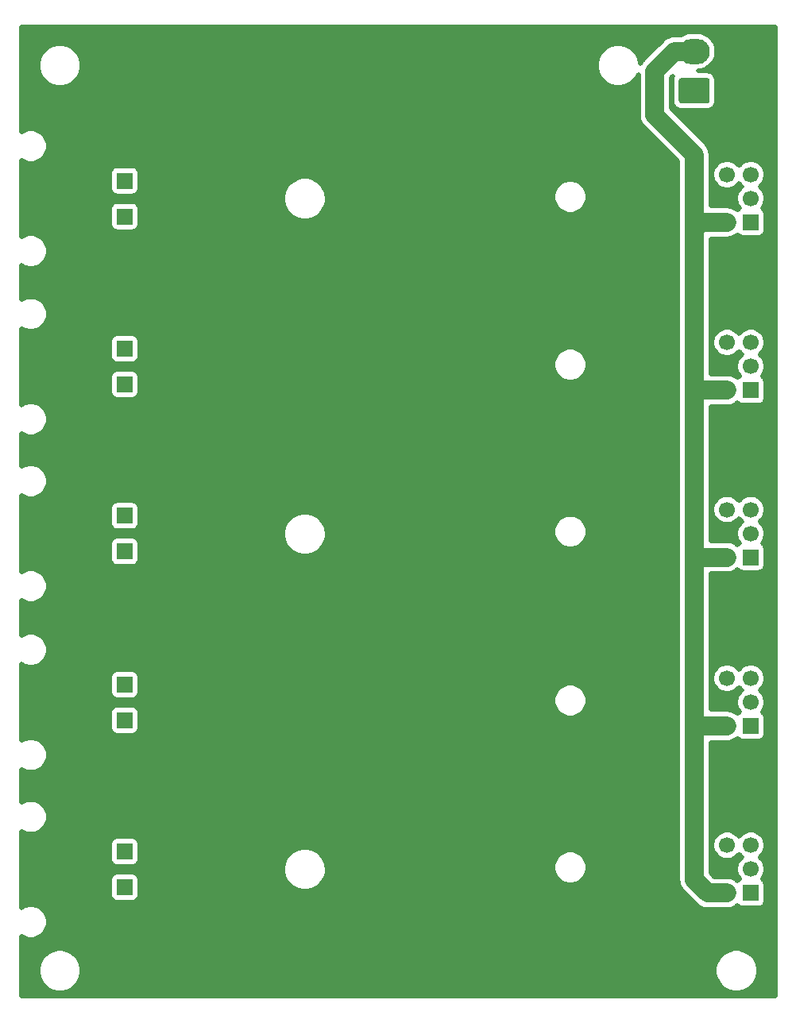
<source format=gbr>
%TF.GenerationSoftware,KiCad,Pcbnew,(5.1.8)-1*%
%TF.CreationDate,2021-10-07T22:13:12+08:00*%
%TF.ProjectId,Pad,5061642e-6b69-4636-9164-5f7063625858,rev?*%
%TF.SameCoordinates,Original*%
%TF.FileFunction,Copper,L1,Top*%
%TF.FilePolarity,Positive*%
%FSLAX46Y46*%
G04 Gerber Fmt 4.6, Leading zero omitted, Abs format (unit mm)*
G04 Created by KiCad (PCBNEW (5.1.8)-1) date 2021-10-07 22:13:12*
%MOMM*%
%LPD*%
G01*
G04 APERTURE LIST*
%TA.AperFunction,ComponentPad*%
%ADD10R,1.700000X1.700000*%
%TD*%
%TA.AperFunction,ComponentPad*%
%ADD11O,3.300000X2.700000*%
%TD*%
%TA.AperFunction,ComponentPad*%
%ADD12C,1.700000*%
%TD*%
%TA.AperFunction,Conductor*%
%ADD13C,2.000000*%
%TD*%
%TA.AperFunction,Conductor*%
%ADD14C,0.500000*%
%TD*%
%TA.AperFunction,Conductor*%
%ADD15C,0.100000*%
%TD*%
G04 APERTURE END LIST*
D10*
%TO.P,J15,1*%
%TO.N,N/C*%
X124000000Y-129700000D03*
%TD*%
%TO.P,J14,1*%
%TO.N,N/C*%
X124000000Y-111900000D03*
%TD*%
%TO.P,J13,1*%
%TO.N,N/C*%
X124000000Y-93900000D03*
%TD*%
%TO.P,J12,1*%
%TO.N,N/C*%
X124000000Y-76100000D03*
%TD*%
%TO.P,J11,1*%
%TO.N,N/C*%
X124000000Y-125900000D03*
%TD*%
%TO.P,J10,1*%
%TO.N,N/C*%
X124000000Y-108100000D03*
%TD*%
%TO.P,J9,1*%
%TO.N,N/C*%
X124000000Y-90100000D03*
%TD*%
%TO.P,J8,1*%
%TO.N,N/C*%
X124000000Y-72300000D03*
%TD*%
%TO.P,J5,1*%
%TO.N,N/C*%
X124000000Y-58200000D03*
%TD*%
%TO.P,J2,1*%
%TO.N,N/C*%
X124000000Y-54400000D03*
%TD*%
D11*
%TO.P,J16,4*%
%TO.N,GND*%
X190200000Y-40600000D03*
%TO.P,J16,3*%
X190200000Y-44800000D03*
%TO.P,J16,2*%
%TO.N,-18V*%
X184700000Y-40600000D03*
%TO.P,J16,1*%
%TO.N,+18V*%
%TA.AperFunction,ComponentPad*%
G36*
G01*
X186099999Y-46150000D02*
X183300001Y-46150000D01*
G75*
G02*
X183050000Y-45899999I0J250001D01*
G01*
X183050000Y-43700001D01*
G75*
G02*
X183300001Y-43450000I250001J0D01*
G01*
X186099999Y-43450000D01*
G75*
G02*
X186350000Y-43700001I0J-250001D01*
G01*
X186350000Y-45899999D01*
G75*
G02*
X186099999Y-46150000I-250001J0D01*
G01*
G37*
%TD.AperFunction*%
%TD*%
D12*
%TO.P,J1,2*%
%TO.N,-18V*%
X188190000Y-58820000D03*
%TO.P,J1,3*%
%TO.N,N/C*%
X190730000Y-56280000D03*
%TO.P,J1,6*%
%TO.N,+18V*%
X188190000Y-53740000D03*
D10*
%TO.P,J1,1*%
%TO.N,N/C*%
X190730000Y-58820000D03*
D12*
%TO.P,J1,5*%
X190730000Y-53740000D03*
%TO.P,J1,4*%
%TO.N,GND*%
X188190000Y-56280000D03*
%TD*%
%TO.P,J4,2*%
%TO.N,-18V*%
X188190000Y-94520000D03*
%TO.P,J4,3*%
%TO.N,N/C*%
X190730000Y-91980000D03*
%TO.P,J4,6*%
%TO.N,+18V*%
X188190000Y-89440000D03*
D10*
%TO.P,J4,1*%
%TO.N,N/C*%
X190730000Y-94520000D03*
D12*
%TO.P,J4,5*%
X190730000Y-89440000D03*
%TO.P,J4,4*%
%TO.N,GND*%
X188190000Y-91980000D03*
%TD*%
%TO.P,J3,4*%
%TO.N,GND*%
X188190000Y-74180000D03*
%TO.P,J3,5*%
%TO.N,N/C*%
X190730000Y-71640000D03*
D10*
%TO.P,J3,1*%
X190730000Y-76720000D03*
D12*
%TO.P,J3,6*%
%TO.N,+18V*%
X188190000Y-71640000D03*
%TO.P,J3,3*%
%TO.N,N/C*%
X190730000Y-74180000D03*
%TO.P,J3,2*%
%TO.N,-18V*%
X188190000Y-76720000D03*
%TD*%
%TO.P,J6,2*%
%TO.N,-18V*%
X188190000Y-112520000D03*
%TO.P,J6,3*%
%TO.N,N/C*%
X190730000Y-109980000D03*
%TO.P,J6,6*%
%TO.N,+18V*%
X188190000Y-107440000D03*
D10*
%TO.P,J6,1*%
%TO.N,N/C*%
X190730000Y-112520000D03*
D12*
%TO.P,J6,5*%
X190730000Y-107440000D03*
%TO.P,J6,4*%
%TO.N,GND*%
X188190000Y-109980000D03*
%TD*%
%TO.P,J7,4*%
%TO.N,GND*%
X188190000Y-127780000D03*
%TO.P,J7,5*%
%TO.N,N/C*%
X190730000Y-125240000D03*
D10*
%TO.P,J7,1*%
X190730000Y-130320000D03*
D12*
%TO.P,J7,6*%
%TO.N,+18V*%
X188190000Y-125240000D03*
%TO.P,J7,3*%
%TO.N,N/C*%
X190730000Y-127780000D03*
%TO.P,J7,2*%
%TO.N,-18V*%
X188190000Y-130320000D03*
%TD*%
D13*
%TO.N,-18V*%
X186120000Y-130320000D02*
X188190000Y-130320000D01*
X184700000Y-128900000D02*
X186120000Y-130320000D01*
X185020000Y-112520000D02*
X184700000Y-112200000D01*
X188190000Y-112520000D02*
X185020000Y-112520000D01*
X184700000Y-112200000D02*
X184700000Y-128900000D01*
X184780000Y-94520000D02*
X184700000Y-94600000D01*
X188190000Y-94520000D02*
X184780000Y-94520000D01*
X184700000Y-94600000D02*
X184700000Y-112200000D01*
X184780000Y-76720000D02*
X184700000Y-76800000D01*
X188190000Y-76720000D02*
X184780000Y-76720000D01*
X184700000Y-76800000D02*
X184700000Y-94600000D01*
X185480000Y-58820000D02*
X184700000Y-59600000D01*
X188190000Y-58820000D02*
X185480000Y-58820000D01*
X184700000Y-59600000D02*
X184700000Y-76800000D01*
X184700000Y-51600000D02*
X184700000Y-59600000D01*
X180500000Y-47400000D02*
X184700000Y-51600000D01*
X180500000Y-42700000D02*
X180500000Y-47400000D01*
X182600000Y-40600000D02*
X180500000Y-42700000D01*
X184700000Y-40600000D02*
X182600000Y-40600000D01*
%TD*%
D14*
%TO.N,GND*%
X193325000Y-141325000D02*
X112975000Y-141325000D01*
X112975000Y-138368545D01*
X114750000Y-138368545D01*
X114750000Y-138831455D01*
X114840309Y-139285470D01*
X115017457Y-139713143D01*
X115274636Y-140098038D01*
X115601962Y-140425364D01*
X115986857Y-140682543D01*
X116414530Y-140859691D01*
X116868545Y-140950000D01*
X117331455Y-140950000D01*
X117785470Y-140859691D01*
X118213143Y-140682543D01*
X118598038Y-140425364D01*
X118925364Y-140098038D01*
X119182543Y-139713143D01*
X119359691Y-139285470D01*
X119450000Y-138831455D01*
X119450000Y-138368545D01*
X186850000Y-138368545D01*
X186850000Y-138831455D01*
X186940309Y-139285470D01*
X187117457Y-139713143D01*
X187374636Y-140098038D01*
X187701962Y-140425364D01*
X188086857Y-140682543D01*
X188514530Y-140859691D01*
X188968545Y-140950000D01*
X189431455Y-140950000D01*
X189885470Y-140859691D01*
X190313143Y-140682543D01*
X190698038Y-140425364D01*
X191025364Y-140098038D01*
X191282543Y-139713143D01*
X191459691Y-139285470D01*
X191550000Y-138831455D01*
X191550000Y-138368545D01*
X191459691Y-137914530D01*
X191282543Y-137486857D01*
X191025364Y-137101962D01*
X190698038Y-136774636D01*
X190313143Y-136517457D01*
X189885470Y-136340309D01*
X189431455Y-136250000D01*
X188968545Y-136250000D01*
X188514530Y-136340309D01*
X188086857Y-136517457D01*
X187701962Y-136774636D01*
X187374636Y-137101962D01*
X187117457Y-137486857D01*
X186940309Y-137914530D01*
X186850000Y-138368545D01*
X119450000Y-138368545D01*
X119359691Y-137914530D01*
X119182543Y-137486857D01*
X118925364Y-137101962D01*
X118598038Y-136774636D01*
X118213143Y-136517457D01*
X117785470Y-136340309D01*
X117331455Y-136250000D01*
X116868545Y-136250000D01*
X116414530Y-136340309D01*
X115986857Y-136517457D01*
X115601962Y-136774636D01*
X115274636Y-137101962D01*
X115017457Y-137486857D01*
X114840309Y-137914530D01*
X114750000Y-138368545D01*
X112975000Y-138368545D01*
X112975000Y-134940092D01*
X113123697Y-135039448D01*
X113460375Y-135178905D01*
X113817791Y-135250000D01*
X114182209Y-135250000D01*
X114539625Y-135178905D01*
X114876303Y-135039448D01*
X115179306Y-134836989D01*
X115436989Y-134579306D01*
X115639448Y-134276303D01*
X115778905Y-133939625D01*
X115850000Y-133582209D01*
X115850000Y-133217791D01*
X115778905Y-132860375D01*
X115639448Y-132523697D01*
X115436989Y-132220694D01*
X115179306Y-131963011D01*
X114876303Y-131760552D01*
X114539625Y-131621095D01*
X114182209Y-131550000D01*
X113817791Y-131550000D01*
X113460375Y-131621095D01*
X113123697Y-131760552D01*
X112975000Y-131859908D01*
X112975000Y-128850000D01*
X122396372Y-128850000D01*
X122396372Y-130550000D01*
X122410853Y-130697026D01*
X122453739Y-130838401D01*
X122523381Y-130968693D01*
X122617105Y-131082895D01*
X122731307Y-131176619D01*
X122861599Y-131246261D01*
X123002974Y-131289147D01*
X123150000Y-131303628D01*
X124850000Y-131303628D01*
X124997026Y-131289147D01*
X125138401Y-131246261D01*
X125268693Y-131176619D01*
X125382895Y-131082895D01*
X125476619Y-130968693D01*
X125546261Y-130838401D01*
X125589147Y-130697026D01*
X125603628Y-130550000D01*
X125603628Y-128850000D01*
X125589147Y-128702974D01*
X125546261Y-128561599D01*
X125476619Y-128431307D01*
X125382895Y-128317105D01*
X125268693Y-128223381D01*
X125138401Y-128153739D01*
X124997026Y-128110853D01*
X124850000Y-128096372D01*
X123150000Y-128096372D01*
X123002974Y-128110853D01*
X122861599Y-128153739D01*
X122731307Y-128223381D01*
X122617105Y-128317105D01*
X122523381Y-128431307D01*
X122453739Y-128561599D01*
X122410853Y-128702974D01*
X122396372Y-128850000D01*
X112975000Y-128850000D01*
X112975000Y-127568545D01*
X140850000Y-127568545D01*
X140850000Y-128031455D01*
X140940309Y-128485470D01*
X141117457Y-128913143D01*
X141374636Y-129298038D01*
X141701962Y-129625364D01*
X142086857Y-129882543D01*
X142514530Y-130059691D01*
X142968545Y-130150000D01*
X143431455Y-130150000D01*
X143885470Y-130059691D01*
X144313143Y-129882543D01*
X144698038Y-129625364D01*
X145025364Y-129298038D01*
X145282543Y-128913143D01*
X145459691Y-128485470D01*
X145550000Y-128031455D01*
X145550000Y-127568545D01*
X145520014Y-127417791D01*
X169650000Y-127417791D01*
X169650000Y-127782209D01*
X169721095Y-128139625D01*
X169860552Y-128476303D01*
X170063011Y-128779306D01*
X170320694Y-129036989D01*
X170623697Y-129239448D01*
X170960375Y-129378905D01*
X171317791Y-129450000D01*
X171682209Y-129450000D01*
X172039625Y-129378905D01*
X172376303Y-129239448D01*
X172679306Y-129036989D01*
X172936989Y-128779306D01*
X173139448Y-128476303D01*
X173278905Y-128139625D01*
X173350000Y-127782209D01*
X173350000Y-127417791D01*
X173278905Y-127060375D01*
X173139448Y-126723697D01*
X172936989Y-126420694D01*
X172679306Y-126163011D01*
X172376303Y-125960552D01*
X172039625Y-125821095D01*
X171682209Y-125750000D01*
X171317791Y-125750000D01*
X170960375Y-125821095D01*
X170623697Y-125960552D01*
X170320694Y-126163011D01*
X170063011Y-126420694D01*
X169860552Y-126723697D01*
X169721095Y-127060375D01*
X169650000Y-127417791D01*
X145520014Y-127417791D01*
X145459691Y-127114530D01*
X145282543Y-126686857D01*
X145025364Y-126301962D01*
X144698038Y-125974636D01*
X144313143Y-125717457D01*
X143885470Y-125540309D01*
X143431455Y-125450000D01*
X142968545Y-125450000D01*
X142514530Y-125540309D01*
X142086857Y-125717457D01*
X141701962Y-125974636D01*
X141374636Y-126301962D01*
X141117457Y-126686857D01*
X140940309Y-127114530D01*
X140850000Y-127568545D01*
X112975000Y-127568545D01*
X112975000Y-125050000D01*
X122396372Y-125050000D01*
X122396372Y-126750000D01*
X122410853Y-126897026D01*
X122453739Y-127038401D01*
X122523381Y-127168693D01*
X122617105Y-127282895D01*
X122731307Y-127376619D01*
X122861599Y-127446261D01*
X123002974Y-127489147D01*
X123150000Y-127503628D01*
X124850000Y-127503628D01*
X124997026Y-127489147D01*
X125138401Y-127446261D01*
X125268693Y-127376619D01*
X125382895Y-127282895D01*
X125476619Y-127168693D01*
X125546261Y-127038401D01*
X125589147Y-126897026D01*
X125603628Y-126750000D01*
X125603628Y-125050000D01*
X125589147Y-124902974D01*
X125546261Y-124761599D01*
X125476619Y-124631307D01*
X125382895Y-124517105D01*
X125268693Y-124423381D01*
X125138401Y-124353739D01*
X124997026Y-124310853D01*
X124850000Y-124296372D01*
X123150000Y-124296372D01*
X123002974Y-124310853D01*
X122861599Y-124353739D01*
X122731307Y-124423381D01*
X122617105Y-124517105D01*
X122523381Y-124631307D01*
X122453739Y-124761599D01*
X122410853Y-124902974D01*
X122396372Y-125050000D01*
X112975000Y-125050000D01*
X112975000Y-123740092D01*
X113123697Y-123839448D01*
X113460375Y-123978905D01*
X113817791Y-124050000D01*
X114182209Y-124050000D01*
X114539625Y-123978905D01*
X114876303Y-123839448D01*
X115179306Y-123636989D01*
X115436989Y-123379306D01*
X115639448Y-123076303D01*
X115778905Y-122739625D01*
X115850000Y-122382209D01*
X115850000Y-122017791D01*
X115778905Y-121660375D01*
X115639448Y-121323697D01*
X115436989Y-121020694D01*
X115179306Y-120763011D01*
X114876303Y-120560552D01*
X114539625Y-120421095D01*
X114182209Y-120350000D01*
X113817791Y-120350000D01*
X113460375Y-120421095D01*
X113123697Y-120560552D01*
X112975000Y-120659908D01*
X112975000Y-117140092D01*
X113123697Y-117239448D01*
X113460375Y-117378905D01*
X113817791Y-117450000D01*
X114182209Y-117450000D01*
X114539625Y-117378905D01*
X114876303Y-117239448D01*
X115179306Y-117036989D01*
X115436989Y-116779306D01*
X115639448Y-116476303D01*
X115778905Y-116139625D01*
X115850000Y-115782209D01*
X115850000Y-115417791D01*
X115778905Y-115060375D01*
X115639448Y-114723697D01*
X115436989Y-114420694D01*
X115179306Y-114163011D01*
X114876303Y-113960552D01*
X114539625Y-113821095D01*
X114182209Y-113750000D01*
X113817791Y-113750000D01*
X113460375Y-113821095D01*
X113123697Y-113960552D01*
X112975000Y-114059908D01*
X112975000Y-111050000D01*
X122396372Y-111050000D01*
X122396372Y-112750000D01*
X122410853Y-112897026D01*
X122453739Y-113038401D01*
X122523381Y-113168693D01*
X122617105Y-113282895D01*
X122731307Y-113376619D01*
X122861599Y-113446261D01*
X123002974Y-113489147D01*
X123150000Y-113503628D01*
X124850000Y-113503628D01*
X124997026Y-113489147D01*
X125138401Y-113446261D01*
X125268693Y-113376619D01*
X125382895Y-113282895D01*
X125476619Y-113168693D01*
X125546261Y-113038401D01*
X125589147Y-112897026D01*
X125603628Y-112750000D01*
X125603628Y-111050000D01*
X125589147Y-110902974D01*
X125546261Y-110761599D01*
X125476619Y-110631307D01*
X125382895Y-110517105D01*
X125268693Y-110423381D01*
X125138401Y-110353739D01*
X124997026Y-110310853D01*
X124850000Y-110296372D01*
X123150000Y-110296372D01*
X123002974Y-110310853D01*
X122861599Y-110353739D01*
X122731307Y-110423381D01*
X122617105Y-110517105D01*
X122523381Y-110631307D01*
X122453739Y-110761599D01*
X122410853Y-110902974D01*
X122396372Y-111050000D01*
X112975000Y-111050000D01*
X112975000Y-107250000D01*
X122396372Y-107250000D01*
X122396372Y-108950000D01*
X122410853Y-109097026D01*
X122453739Y-109238401D01*
X122523381Y-109368693D01*
X122617105Y-109482895D01*
X122731307Y-109576619D01*
X122861599Y-109646261D01*
X123002974Y-109689147D01*
X123150000Y-109703628D01*
X124850000Y-109703628D01*
X124997026Y-109689147D01*
X125138401Y-109646261D01*
X125191665Y-109617791D01*
X169650000Y-109617791D01*
X169650000Y-109982209D01*
X169721095Y-110339625D01*
X169860552Y-110676303D01*
X170063011Y-110979306D01*
X170320694Y-111236989D01*
X170623697Y-111439448D01*
X170960375Y-111578905D01*
X171317791Y-111650000D01*
X171682209Y-111650000D01*
X172039625Y-111578905D01*
X172376303Y-111439448D01*
X172679306Y-111236989D01*
X172936989Y-110979306D01*
X173139448Y-110676303D01*
X173278905Y-110339625D01*
X173350000Y-109982209D01*
X173350000Y-109617791D01*
X173278905Y-109260375D01*
X173139448Y-108923697D01*
X172936989Y-108620694D01*
X172679306Y-108363011D01*
X172376303Y-108160552D01*
X172039625Y-108021095D01*
X171682209Y-107950000D01*
X171317791Y-107950000D01*
X170960375Y-108021095D01*
X170623697Y-108160552D01*
X170320694Y-108363011D01*
X170063011Y-108620694D01*
X169860552Y-108923697D01*
X169721095Y-109260375D01*
X169650000Y-109617791D01*
X125191665Y-109617791D01*
X125268693Y-109576619D01*
X125382895Y-109482895D01*
X125476619Y-109368693D01*
X125546261Y-109238401D01*
X125589147Y-109097026D01*
X125603628Y-108950000D01*
X125603628Y-107250000D01*
X125589147Y-107102974D01*
X125546261Y-106961599D01*
X125476619Y-106831307D01*
X125382895Y-106717105D01*
X125268693Y-106623381D01*
X125138401Y-106553739D01*
X124997026Y-106510853D01*
X124850000Y-106496372D01*
X123150000Y-106496372D01*
X123002974Y-106510853D01*
X122861599Y-106553739D01*
X122731307Y-106623381D01*
X122617105Y-106717105D01*
X122523381Y-106831307D01*
X122453739Y-106961599D01*
X122410853Y-107102974D01*
X122396372Y-107250000D01*
X112975000Y-107250000D01*
X112975000Y-105940092D01*
X113123697Y-106039448D01*
X113460375Y-106178905D01*
X113817791Y-106250000D01*
X114182209Y-106250000D01*
X114539625Y-106178905D01*
X114876303Y-106039448D01*
X115179306Y-105836989D01*
X115436989Y-105579306D01*
X115639448Y-105276303D01*
X115778905Y-104939625D01*
X115850000Y-104582209D01*
X115850000Y-104217791D01*
X115778905Y-103860375D01*
X115639448Y-103523697D01*
X115436989Y-103220694D01*
X115179306Y-102963011D01*
X114876303Y-102760552D01*
X114539625Y-102621095D01*
X114182209Y-102550000D01*
X113817791Y-102550000D01*
X113460375Y-102621095D01*
X113123697Y-102760552D01*
X112975000Y-102859908D01*
X112975000Y-99140092D01*
X113123697Y-99239448D01*
X113460375Y-99378905D01*
X113817791Y-99450000D01*
X114182209Y-99450000D01*
X114539625Y-99378905D01*
X114876303Y-99239448D01*
X115179306Y-99036989D01*
X115436989Y-98779306D01*
X115639448Y-98476303D01*
X115778905Y-98139625D01*
X115850000Y-97782209D01*
X115850000Y-97417791D01*
X115778905Y-97060375D01*
X115639448Y-96723697D01*
X115436989Y-96420694D01*
X115179306Y-96163011D01*
X114876303Y-95960552D01*
X114539625Y-95821095D01*
X114182209Y-95750000D01*
X113817791Y-95750000D01*
X113460375Y-95821095D01*
X113123697Y-95960552D01*
X112975000Y-96059908D01*
X112975000Y-93050000D01*
X122396372Y-93050000D01*
X122396372Y-94750000D01*
X122410853Y-94897026D01*
X122453739Y-95038401D01*
X122523381Y-95168693D01*
X122617105Y-95282895D01*
X122731307Y-95376619D01*
X122861599Y-95446261D01*
X123002974Y-95489147D01*
X123150000Y-95503628D01*
X124850000Y-95503628D01*
X124997026Y-95489147D01*
X125138401Y-95446261D01*
X125268693Y-95376619D01*
X125382895Y-95282895D01*
X125476619Y-95168693D01*
X125546261Y-95038401D01*
X125589147Y-94897026D01*
X125603628Y-94750000D01*
X125603628Y-93050000D01*
X125589147Y-92902974D01*
X125546261Y-92761599D01*
X125476619Y-92631307D01*
X125382895Y-92517105D01*
X125268693Y-92423381D01*
X125138401Y-92353739D01*
X124997026Y-92310853D01*
X124850000Y-92296372D01*
X123150000Y-92296372D01*
X123002974Y-92310853D01*
X122861599Y-92353739D01*
X122731307Y-92423381D01*
X122617105Y-92517105D01*
X122523381Y-92631307D01*
X122453739Y-92761599D01*
X122410853Y-92902974D01*
X122396372Y-93050000D01*
X112975000Y-93050000D01*
X112975000Y-91818545D01*
X140850000Y-91818545D01*
X140850000Y-92281455D01*
X140940309Y-92735470D01*
X141117457Y-93163143D01*
X141374636Y-93548038D01*
X141701962Y-93875364D01*
X142086857Y-94132543D01*
X142514530Y-94309691D01*
X142968545Y-94400000D01*
X143431455Y-94400000D01*
X143885470Y-94309691D01*
X144313143Y-94132543D01*
X144698038Y-93875364D01*
X145025364Y-93548038D01*
X145282543Y-93163143D01*
X145459691Y-92735470D01*
X145550000Y-92281455D01*
X145550000Y-91818545D01*
X145510068Y-91617791D01*
X169650000Y-91617791D01*
X169650000Y-91982209D01*
X169721095Y-92339625D01*
X169860552Y-92676303D01*
X170063011Y-92979306D01*
X170320694Y-93236989D01*
X170623697Y-93439448D01*
X170960375Y-93578905D01*
X171317791Y-93650000D01*
X171682209Y-93650000D01*
X172039625Y-93578905D01*
X172376303Y-93439448D01*
X172679306Y-93236989D01*
X172936989Y-92979306D01*
X173139448Y-92676303D01*
X173278905Y-92339625D01*
X173350000Y-91982209D01*
X173350000Y-91617791D01*
X173278905Y-91260375D01*
X173139448Y-90923697D01*
X172936989Y-90620694D01*
X172679306Y-90363011D01*
X172376303Y-90160552D01*
X172039625Y-90021095D01*
X171682209Y-89950000D01*
X171317791Y-89950000D01*
X170960375Y-90021095D01*
X170623697Y-90160552D01*
X170320694Y-90363011D01*
X170063011Y-90620694D01*
X169860552Y-90923697D01*
X169721095Y-91260375D01*
X169650000Y-91617791D01*
X145510068Y-91617791D01*
X145459691Y-91364530D01*
X145282543Y-90936857D01*
X145025364Y-90551962D01*
X144698038Y-90224636D01*
X144313143Y-89967457D01*
X143885470Y-89790309D01*
X143431455Y-89700000D01*
X142968545Y-89700000D01*
X142514530Y-89790309D01*
X142086857Y-89967457D01*
X141701962Y-90224636D01*
X141374636Y-90551962D01*
X141117457Y-90936857D01*
X140940309Y-91364530D01*
X140850000Y-91818545D01*
X112975000Y-91818545D01*
X112975000Y-89250000D01*
X122396372Y-89250000D01*
X122396372Y-90950000D01*
X122410853Y-91097026D01*
X122453739Y-91238401D01*
X122523381Y-91368693D01*
X122617105Y-91482895D01*
X122731307Y-91576619D01*
X122861599Y-91646261D01*
X123002974Y-91689147D01*
X123150000Y-91703628D01*
X124850000Y-91703628D01*
X124997026Y-91689147D01*
X125138401Y-91646261D01*
X125268693Y-91576619D01*
X125382895Y-91482895D01*
X125476619Y-91368693D01*
X125546261Y-91238401D01*
X125589147Y-91097026D01*
X125603628Y-90950000D01*
X125603628Y-89250000D01*
X125589147Y-89102974D01*
X125546261Y-88961599D01*
X125476619Y-88831307D01*
X125382895Y-88717105D01*
X125268693Y-88623381D01*
X125138401Y-88553739D01*
X124997026Y-88510853D01*
X124850000Y-88496372D01*
X123150000Y-88496372D01*
X123002974Y-88510853D01*
X122861599Y-88553739D01*
X122731307Y-88623381D01*
X122617105Y-88717105D01*
X122523381Y-88831307D01*
X122453739Y-88961599D01*
X122410853Y-89102974D01*
X122396372Y-89250000D01*
X112975000Y-89250000D01*
X112975000Y-87940092D01*
X113123697Y-88039448D01*
X113460375Y-88178905D01*
X113817791Y-88250000D01*
X114182209Y-88250000D01*
X114539625Y-88178905D01*
X114876303Y-88039448D01*
X115179306Y-87836989D01*
X115436989Y-87579306D01*
X115639448Y-87276303D01*
X115778905Y-86939625D01*
X115850000Y-86582209D01*
X115850000Y-86217791D01*
X115778905Y-85860375D01*
X115639448Y-85523697D01*
X115436989Y-85220694D01*
X115179306Y-84963011D01*
X114876303Y-84760552D01*
X114539625Y-84621095D01*
X114182209Y-84550000D01*
X113817791Y-84550000D01*
X113460375Y-84621095D01*
X113123697Y-84760552D01*
X112975000Y-84859908D01*
X112975000Y-81340092D01*
X113123697Y-81439448D01*
X113460375Y-81578905D01*
X113817791Y-81650000D01*
X114182209Y-81650000D01*
X114539625Y-81578905D01*
X114876303Y-81439448D01*
X115179306Y-81236989D01*
X115436989Y-80979306D01*
X115639448Y-80676303D01*
X115778905Y-80339625D01*
X115850000Y-79982209D01*
X115850000Y-79617791D01*
X115778905Y-79260375D01*
X115639448Y-78923697D01*
X115436989Y-78620694D01*
X115179306Y-78363011D01*
X114876303Y-78160552D01*
X114539625Y-78021095D01*
X114182209Y-77950000D01*
X113817791Y-77950000D01*
X113460375Y-78021095D01*
X113123697Y-78160552D01*
X112975000Y-78259908D01*
X112975000Y-75250000D01*
X122396372Y-75250000D01*
X122396372Y-76950000D01*
X122410853Y-77097026D01*
X122453739Y-77238401D01*
X122523381Y-77368693D01*
X122617105Y-77482895D01*
X122731307Y-77576619D01*
X122861599Y-77646261D01*
X123002974Y-77689147D01*
X123150000Y-77703628D01*
X124850000Y-77703628D01*
X124997026Y-77689147D01*
X125138401Y-77646261D01*
X125268693Y-77576619D01*
X125382895Y-77482895D01*
X125476619Y-77368693D01*
X125546261Y-77238401D01*
X125589147Y-77097026D01*
X125603628Y-76950000D01*
X125603628Y-75250000D01*
X125589147Y-75102974D01*
X125546261Y-74961599D01*
X125476619Y-74831307D01*
X125382895Y-74717105D01*
X125268693Y-74623381D01*
X125138401Y-74553739D01*
X124997026Y-74510853D01*
X124850000Y-74496372D01*
X123150000Y-74496372D01*
X123002974Y-74510853D01*
X122861599Y-74553739D01*
X122731307Y-74623381D01*
X122617105Y-74717105D01*
X122523381Y-74831307D01*
X122453739Y-74961599D01*
X122410853Y-75102974D01*
X122396372Y-75250000D01*
X112975000Y-75250000D01*
X112975000Y-71450000D01*
X122396372Y-71450000D01*
X122396372Y-73150000D01*
X122410853Y-73297026D01*
X122453739Y-73438401D01*
X122523381Y-73568693D01*
X122617105Y-73682895D01*
X122731307Y-73776619D01*
X122861599Y-73846261D01*
X123002974Y-73889147D01*
X123150000Y-73903628D01*
X124850000Y-73903628D01*
X124997026Y-73889147D01*
X125138401Y-73846261D01*
X125191665Y-73817791D01*
X169650000Y-73817791D01*
X169650000Y-74182209D01*
X169721095Y-74539625D01*
X169860552Y-74876303D01*
X170063011Y-75179306D01*
X170320694Y-75436989D01*
X170623697Y-75639448D01*
X170960375Y-75778905D01*
X171317791Y-75850000D01*
X171682209Y-75850000D01*
X172039625Y-75778905D01*
X172376303Y-75639448D01*
X172679306Y-75436989D01*
X172936989Y-75179306D01*
X173139448Y-74876303D01*
X173278905Y-74539625D01*
X173350000Y-74182209D01*
X173350000Y-73817791D01*
X173278905Y-73460375D01*
X173139448Y-73123697D01*
X172936989Y-72820694D01*
X172679306Y-72563011D01*
X172376303Y-72360552D01*
X172039625Y-72221095D01*
X171682209Y-72150000D01*
X171317791Y-72150000D01*
X170960375Y-72221095D01*
X170623697Y-72360552D01*
X170320694Y-72563011D01*
X170063011Y-72820694D01*
X169860552Y-73123697D01*
X169721095Y-73460375D01*
X169650000Y-73817791D01*
X125191665Y-73817791D01*
X125268693Y-73776619D01*
X125382895Y-73682895D01*
X125476619Y-73568693D01*
X125546261Y-73438401D01*
X125589147Y-73297026D01*
X125603628Y-73150000D01*
X125603628Y-71450000D01*
X125589147Y-71302974D01*
X125546261Y-71161599D01*
X125476619Y-71031307D01*
X125382895Y-70917105D01*
X125268693Y-70823381D01*
X125138401Y-70753739D01*
X124997026Y-70710853D01*
X124850000Y-70696372D01*
X123150000Y-70696372D01*
X123002974Y-70710853D01*
X122861599Y-70753739D01*
X122731307Y-70823381D01*
X122617105Y-70917105D01*
X122523381Y-71031307D01*
X122453739Y-71161599D01*
X122410853Y-71302974D01*
X122396372Y-71450000D01*
X112975000Y-71450000D01*
X112975000Y-70140092D01*
X113123697Y-70239448D01*
X113460375Y-70378905D01*
X113817791Y-70450000D01*
X114182209Y-70450000D01*
X114539625Y-70378905D01*
X114876303Y-70239448D01*
X115179306Y-70036989D01*
X115436989Y-69779306D01*
X115639448Y-69476303D01*
X115778905Y-69139625D01*
X115850000Y-68782209D01*
X115850000Y-68417791D01*
X115778905Y-68060375D01*
X115639448Y-67723697D01*
X115436989Y-67420694D01*
X115179306Y-67163011D01*
X114876303Y-66960552D01*
X114539625Y-66821095D01*
X114182209Y-66750000D01*
X113817791Y-66750000D01*
X113460375Y-66821095D01*
X113123697Y-66960552D01*
X112975000Y-67059908D01*
X112975000Y-63440092D01*
X113123697Y-63539448D01*
X113460375Y-63678905D01*
X113817791Y-63750000D01*
X114182209Y-63750000D01*
X114539625Y-63678905D01*
X114876303Y-63539448D01*
X115179306Y-63336989D01*
X115436989Y-63079306D01*
X115639448Y-62776303D01*
X115778905Y-62439625D01*
X115850000Y-62082209D01*
X115850000Y-61717791D01*
X115778905Y-61360375D01*
X115639448Y-61023697D01*
X115436989Y-60720694D01*
X115179306Y-60463011D01*
X114876303Y-60260552D01*
X114539625Y-60121095D01*
X114182209Y-60050000D01*
X113817791Y-60050000D01*
X113460375Y-60121095D01*
X113123697Y-60260552D01*
X112975000Y-60359908D01*
X112975000Y-57350000D01*
X122396372Y-57350000D01*
X122396372Y-59050000D01*
X122410853Y-59197026D01*
X122453739Y-59338401D01*
X122523381Y-59468693D01*
X122617105Y-59582895D01*
X122731307Y-59676619D01*
X122861599Y-59746261D01*
X123002974Y-59789147D01*
X123150000Y-59803628D01*
X124850000Y-59803628D01*
X124997026Y-59789147D01*
X125138401Y-59746261D01*
X125268693Y-59676619D01*
X125382895Y-59582895D01*
X125476619Y-59468693D01*
X125546261Y-59338401D01*
X125589147Y-59197026D01*
X125603628Y-59050000D01*
X125603628Y-57350000D01*
X125589147Y-57202974D01*
X125546261Y-57061599D01*
X125476619Y-56931307D01*
X125382895Y-56817105D01*
X125268693Y-56723381D01*
X125138401Y-56653739D01*
X124997026Y-56610853D01*
X124850000Y-56596372D01*
X123150000Y-56596372D01*
X123002974Y-56610853D01*
X122861599Y-56653739D01*
X122731307Y-56723381D01*
X122617105Y-56817105D01*
X122523381Y-56931307D01*
X122453739Y-57061599D01*
X122410853Y-57202974D01*
X122396372Y-57350000D01*
X112975000Y-57350000D01*
X112975000Y-56068545D01*
X140850000Y-56068545D01*
X140850000Y-56531455D01*
X140940309Y-56985470D01*
X141117457Y-57413143D01*
X141374636Y-57798038D01*
X141701962Y-58125364D01*
X142086857Y-58382543D01*
X142514530Y-58559691D01*
X142968545Y-58650000D01*
X143431455Y-58650000D01*
X143885470Y-58559691D01*
X144313143Y-58382543D01*
X144698038Y-58125364D01*
X145025364Y-57798038D01*
X145282543Y-57413143D01*
X145459691Y-56985470D01*
X145550000Y-56531455D01*
X145550000Y-56068545D01*
X145520014Y-55917791D01*
X169650000Y-55917791D01*
X169650000Y-56282209D01*
X169721095Y-56639625D01*
X169860552Y-56976303D01*
X170063011Y-57279306D01*
X170320694Y-57536989D01*
X170623697Y-57739448D01*
X170960375Y-57878905D01*
X171317791Y-57950000D01*
X171682209Y-57950000D01*
X172039625Y-57878905D01*
X172376303Y-57739448D01*
X172679306Y-57536989D01*
X172936989Y-57279306D01*
X173139448Y-56976303D01*
X173278905Y-56639625D01*
X173350000Y-56282209D01*
X173350000Y-55917791D01*
X173278905Y-55560375D01*
X173139448Y-55223697D01*
X172936989Y-54920694D01*
X172679306Y-54663011D01*
X172376303Y-54460552D01*
X172039625Y-54321095D01*
X171682209Y-54250000D01*
X171317791Y-54250000D01*
X170960375Y-54321095D01*
X170623697Y-54460552D01*
X170320694Y-54663011D01*
X170063011Y-54920694D01*
X169860552Y-55223697D01*
X169721095Y-55560375D01*
X169650000Y-55917791D01*
X145520014Y-55917791D01*
X145459691Y-55614530D01*
X145282543Y-55186857D01*
X145025364Y-54801962D01*
X144698038Y-54474636D01*
X144313143Y-54217457D01*
X143885470Y-54040309D01*
X143431455Y-53950000D01*
X142968545Y-53950000D01*
X142514530Y-54040309D01*
X142086857Y-54217457D01*
X141701962Y-54474636D01*
X141374636Y-54801962D01*
X141117457Y-55186857D01*
X140940309Y-55614530D01*
X140850000Y-56068545D01*
X112975000Y-56068545D01*
X112975000Y-53550000D01*
X122396372Y-53550000D01*
X122396372Y-55250000D01*
X122410853Y-55397026D01*
X122453739Y-55538401D01*
X122523381Y-55668693D01*
X122617105Y-55782895D01*
X122731307Y-55876619D01*
X122861599Y-55946261D01*
X123002974Y-55989147D01*
X123150000Y-56003628D01*
X124850000Y-56003628D01*
X124997026Y-55989147D01*
X125138401Y-55946261D01*
X125268693Y-55876619D01*
X125382895Y-55782895D01*
X125476619Y-55668693D01*
X125546261Y-55538401D01*
X125589147Y-55397026D01*
X125603628Y-55250000D01*
X125603628Y-53550000D01*
X125589147Y-53402974D01*
X125546261Y-53261599D01*
X125476619Y-53131307D01*
X125382895Y-53017105D01*
X125268693Y-52923381D01*
X125138401Y-52853739D01*
X124997026Y-52810853D01*
X124850000Y-52796372D01*
X123150000Y-52796372D01*
X123002974Y-52810853D01*
X122861599Y-52853739D01*
X122731307Y-52923381D01*
X122617105Y-53017105D01*
X122523381Y-53131307D01*
X122453739Y-53261599D01*
X122410853Y-53402974D01*
X122396372Y-53550000D01*
X112975000Y-53550000D01*
X112975000Y-52240092D01*
X113123697Y-52339448D01*
X113460375Y-52478905D01*
X113817791Y-52550000D01*
X114182209Y-52550000D01*
X114539625Y-52478905D01*
X114876303Y-52339448D01*
X115179306Y-52136989D01*
X115436989Y-51879306D01*
X115639448Y-51576303D01*
X115778905Y-51239625D01*
X115850000Y-50882209D01*
X115850000Y-50517791D01*
X115778905Y-50160375D01*
X115639448Y-49823697D01*
X115436989Y-49520694D01*
X115179306Y-49263011D01*
X114876303Y-49060552D01*
X114539625Y-48921095D01*
X114182209Y-48850000D01*
X113817791Y-48850000D01*
X113460375Y-48921095D01*
X113123697Y-49060552D01*
X112975000Y-49159908D01*
X112975000Y-41868545D01*
X114750000Y-41868545D01*
X114750000Y-42331455D01*
X114840309Y-42785470D01*
X115017457Y-43213143D01*
X115274636Y-43598038D01*
X115601962Y-43925364D01*
X115986857Y-44182543D01*
X116414530Y-44359691D01*
X116868545Y-44450000D01*
X117331455Y-44450000D01*
X117785470Y-44359691D01*
X118213143Y-44182543D01*
X118598038Y-43925364D01*
X118925364Y-43598038D01*
X119182543Y-43213143D01*
X119359691Y-42785470D01*
X119450000Y-42331455D01*
X119450000Y-41868545D01*
X174250000Y-41868545D01*
X174250000Y-42331455D01*
X174340309Y-42785470D01*
X174517457Y-43213143D01*
X174774636Y-43598038D01*
X175101962Y-43925364D01*
X175486857Y-44182543D01*
X175914530Y-44359691D01*
X176368545Y-44450000D01*
X176831455Y-44450000D01*
X177285470Y-44359691D01*
X177713143Y-44182543D01*
X178098038Y-43925364D01*
X178425364Y-43598038D01*
X178682543Y-43213143D01*
X178750000Y-43050287D01*
X178750001Y-47314025D01*
X178741533Y-47400000D01*
X178775322Y-47743059D01*
X178875389Y-48072936D01*
X179037888Y-48376952D01*
X179201775Y-48576648D01*
X179256577Y-48643424D01*
X179323351Y-48698224D01*
X182950000Y-52324874D01*
X182950001Y-59514025D01*
X182941533Y-59600000D01*
X182950000Y-59685965D01*
X182950001Y-76714023D01*
X182950000Y-76714032D01*
X182941533Y-76800000D01*
X182950000Y-76885965D01*
X182950001Y-94514023D01*
X182950000Y-94514032D01*
X182941533Y-94600000D01*
X182950000Y-94685965D01*
X182950001Y-112114025D01*
X182941533Y-112200000D01*
X182950000Y-112285965D01*
X182950001Y-128814025D01*
X182941533Y-128900000D01*
X182969269Y-129181599D01*
X182975322Y-129243060D01*
X183038097Y-129450000D01*
X183075389Y-129572936D01*
X183237888Y-129876952D01*
X183387859Y-130059691D01*
X183456577Y-130143424D01*
X183523351Y-130198224D01*
X184821775Y-131496649D01*
X184876576Y-131563424D01*
X184943350Y-131618224D01*
X184943351Y-131618225D01*
X185143047Y-131782112D01*
X185285984Y-131858513D01*
X185447064Y-131944612D01*
X185776940Y-132044679D01*
X186034032Y-132070000D01*
X186034041Y-132070000D01*
X186119999Y-132078466D01*
X186205957Y-132070000D01*
X188275968Y-132070000D01*
X188533060Y-132044679D01*
X188862936Y-131944612D01*
X189166952Y-131782112D01*
X189313449Y-131661885D01*
X189347105Y-131702895D01*
X189461307Y-131796619D01*
X189591599Y-131866261D01*
X189732974Y-131909147D01*
X189880000Y-131923628D01*
X191580000Y-131923628D01*
X191727026Y-131909147D01*
X191868401Y-131866261D01*
X191998693Y-131796619D01*
X192112895Y-131702895D01*
X192206619Y-131588693D01*
X192276261Y-131458401D01*
X192319147Y-131317026D01*
X192333628Y-131170000D01*
X192333628Y-129470000D01*
X192319147Y-129322974D01*
X192276261Y-129181599D01*
X192206619Y-129051307D01*
X192112895Y-128937105D01*
X191998693Y-128843381D01*
X191953511Y-128819231D01*
X191972801Y-128799941D01*
X192147902Y-128537884D01*
X192268513Y-128246703D01*
X192330000Y-127937586D01*
X192330000Y-127622414D01*
X192268513Y-127313297D01*
X192147902Y-127022116D01*
X191972801Y-126760059D01*
X191749941Y-126537199D01*
X191709235Y-126510000D01*
X191749941Y-126482801D01*
X191972801Y-126259941D01*
X192147902Y-125997884D01*
X192268513Y-125706703D01*
X192330000Y-125397586D01*
X192330000Y-125082414D01*
X192268513Y-124773297D01*
X192147902Y-124482116D01*
X191972801Y-124220059D01*
X191749941Y-123997199D01*
X191487884Y-123822098D01*
X191196703Y-123701487D01*
X190887586Y-123640000D01*
X190572414Y-123640000D01*
X190263297Y-123701487D01*
X189972116Y-123822098D01*
X189710059Y-123997199D01*
X189487199Y-124220059D01*
X189460000Y-124260765D01*
X189432801Y-124220059D01*
X189209941Y-123997199D01*
X188947884Y-123822098D01*
X188656703Y-123701487D01*
X188347586Y-123640000D01*
X188032414Y-123640000D01*
X187723297Y-123701487D01*
X187432116Y-123822098D01*
X187170059Y-123997199D01*
X186947199Y-124220059D01*
X186772098Y-124482116D01*
X186651487Y-124773297D01*
X186590000Y-125082414D01*
X186590000Y-125397586D01*
X186651487Y-125706703D01*
X186772098Y-125997884D01*
X186947199Y-126259941D01*
X187170059Y-126482801D01*
X187432116Y-126657902D01*
X187723297Y-126778513D01*
X188032414Y-126840000D01*
X188347586Y-126840000D01*
X188656703Y-126778513D01*
X188947884Y-126657902D01*
X189209941Y-126482801D01*
X189432801Y-126259941D01*
X189460000Y-126219235D01*
X189487199Y-126259941D01*
X189710059Y-126482801D01*
X189750765Y-126510000D01*
X189710059Y-126537199D01*
X189487199Y-126760059D01*
X189312098Y-127022116D01*
X189191487Y-127313297D01*
X189130000Y-127622414D01*
X189130000Y-127937586D01*
X189191487Y-128246703D01*
X189312098Y-128537884D01*
X189487199Y-128799941D01*
X189506489Y-128819231D01*
X189461307Y-128843381D01*
X189347105Y-128937105D01*
X189313449Y-128978115D01*
X189166952Y-128857888D01*
X188862936Y-128695388D01*
X188533060Y-128595321D01*
X188275968Y-128570000D01*
X186844874Y-128570000D01*
X186450000Y-128175127D01*
X186450000Y-114270000D01*
X188275968Y-114270000D01*
X188533060Y-114244679D01*
X188862936Y-114144612D01*
X189166952Y-113982112D01*
X189313449Y-113861885D01*
X189347105Y-113902895D01*
X189461307Y-113996619D01*
X189591599Y-114066261D01*
X189732974Y-114109147D01*
X189880000Y-114123628D01*
X191580000Y-114123628D01*
X191727026Y-114109147D01*
X191868401Y-114066261D01*
X191998693Y-113996619D01*
X192112895Y-113902895D01*
X192206619Y-113788693D01*
X192276261Y-113658401D01*
X192319147Y-113517026D01*
X192333628Y-113370000D01*
X192333628Y-111670000D01*
X192319147Y-111522974D01*
X192276261Y-111381599D01*
X192206619Y-111251307D01*
X192112895Y-111137105D01*
X191998693Y-111043381D01*
X191953511Y-111019231D01*
X191972801Y-110999941D01*
X192147902Y-110737884D01*
X192268513Y-110446703D01*
X192330000Y-110137586D01*
X192330000Y-109822414D01*
X192268513Y-109513297D01*
X192147902Y-109222116D01*
X191972801Y-108960059D01*
X191749941Y-108737199D01*
X191709235Y-108710000D01*
X191749941Y-108682801D01*
X191972801Y-108459941D01*
X192147902Y-108197884D01*
X192268513Y-107906703D01*
X192330000Y-107597586D01*
X192330000Y-107282414D01*
X192268513Y-106973297D01*
X192147902Y-106682116D01*
X191972801Y-106420059D01*
X191749941Y-106197199D01*
X191487884Y-106022098D01*
X191196703Y-105901487D01*
X190887586Y-105840000D01*
X190572414Y-105840000D01*
X190263297Y-105901487D01*
X189972116Y-106022098D01*
X189710059Y-106197199D01*
X189487199Y-106420059D01*
X189460000Y-106460765D01*
X189432801Y-106420059D01*
X189209941Y-106197199D01*
X188947884Y-106022098D01*
X188656703Y-105901487D01*
X188347586Y-105840000D01*
X188032414Y-105840000D01*
X187723297Y-105901487D01*
X187432116Y-106022098D01*
X187170059Y-106197199D01*
X186947199Y-106420059D01*
X186772098Y-106682116D01*
X186651487Y-106973297D01*
X186590000Y-107282414D01*
X186590000Y-107597586D01*
X186651487Y-107906703D01*
X186772098Y-108197884D01*
X186947199Y-108459941D01*
X187170059Y-108682801D01*
X187432116Y-108857902D01*
X187723297Y-108978513D01*
X188032414Y-109040000D01*
X188347586Y-109040000D01*
X188656703Y-108978513D01*
X188947884Y-108857902D01*
X189209941Y-108682801D01*
X189432801Y-108459941D01*
X189460000Y-108419235D01*
X189487199Y-108459941D01*
X189710059Y-108682801D01*
X189750765Y-108710000D01*
X189710059Y-108737199D01*
X189487199Y-108960059D01*
X189312098Y-109222116D01*
X189191487Y-109513297D01*
X189130000Y-109822414D01*
X189130000Y-110137586D01*
X189191487Y-110446703D01*
X189312098Y-110737884D01*
X189487199Y-110999941D01*
X189506489Y-111019231D01*
X189461307Y-111043381D01*
X189347105Y-111137105D01*
X189313449Y-111178115D01*
X189166952Y-111057888D01*
X188862936Y-110895388D01*
X188533060Y-110795321D01*
X188275968Y-110770000D01*
X186450000Y-110770000D01*
X186450000Y-96270000D01*
X188275968Y-96270000D01*
X188533060Y-96244679D01*
X188862936Y-96144612D01*
X189166952Y-95982112D01*
X189313449Y-95861885D01*
X189347105Y-95902895D01*
X189461307Y-95996619D01*
X189591599Y-96066261D01*
X189732974Y-96109147D01*
X189880000Y-96123628D01*
X191580000Y-96123628D01*
X191727026Y-96109147D01*
X191868401Y-96066261D01*
X191998693Y-95996619D01*
X192112895Y-95902895D01*
X192206619Y-95788693D01*
X192276261Y-95658401D01*
X192319147Y-95517026D01*
X192333628Y-95370000D01*
X192333628Y-93670000D01*
X192319147Y-93522974D01*
X192276261Y-93381599D01*
X192206619Y-93251307D01*
X192112895Y-93137105D01*
X191998693Y-93043381D01*
X191953511Y-93019231D01*
X191972801Y-92999941D01*
X192147902Y-92737884D01*
X192268513Y-92446703D01*
X192330000Y-92137586D01*
X192330000Y-91822414D01*
X192268513Y-91513297D01*
X192147902Y-91222116D01*
X191972801Y-90960059D01*
X191749941Y-90737199D01*
X191709235Y-90710000D01*
X191749941Y-90682801D01*
X191972801Y-90459941D01*
X192147902Y-90197884D01*
X192268513Y-89906703D01*
X192330000Y-89597586D01*
X192330000Y-89282414D01*
X192268513Y-88973297D01*
X192147902Y-88682116D01*
X191972801Y-88420059D01*
X191749941Y-88197199D01*
X191487884Y-88022098D01*
X191196703Y-87901487D01*
X190887586Y-87840000D01*
X190572414Y-87840000D01*
X190263297Y-87901487D01*
X189972116Y-88022098D01*
X189710059Y-88197199D01*
X189487199Y-88420059D01*
X189460000Y-88460765D01*
X189432801Y-88420059D01*
X189209941Y-88197199D01*
X188947884Y-88022098D01*
X188656703Y-87901487D01*
X188347586Y-87840000D01*
X188032414Y-87840000D01*
X187723297Y-87901487D01*
X187432116Y-88022098D01*
X187170059Y-88197199D01*
X186947199Y-88420059D01*
X186772098Y-88682116D01*
X186651487Y-88973297D01*
X186590000Y-89282414D01*
X186590000Y-89597586D01*
X186651487Y-89906703D01*
X186772098Y-90197884D01*
X186947199Y-90459941D01*
X187170059Y-90682801D01*
X187432116Y-90857902D01*
X187723297Y-90978513D01*
X188032414Y-91040000D01*
X188347586Y-91040000D01*
X188656703Y-90978513D01*
X188947884Y-90857902D01*
X189209941Y-90682801D01*
X189432801Y-90459941D01*
X189460000Y-90419235D01*
X189487199Y-90459941D01*
X189710059Y-90682801D01*
X189750765Y-90710000D01*
X189710059Y-90737199D01*
X189487199Y-90960059D01*
X189312098Y-91222116D01*
X189191487Y-91513297D01*
X189130000Y-91822414D01*
X189130000Y-92137586D01*
X189191487Y-92446703D01*
X189312098Y-92737884D01*
X189487199Y-92999941D01*
X189506489Y-93019231D01*
X189461307Y-93043381D01*
X189347105Y-93137105D01*
X189313449Y-93178115D01*
X189166952Y-93057888D01*
X188862936Y-92895388D01*
X188533060Y-92795321D01*
X188275968Y-92770000D01*
X186450000Y-92770000D01*
X186450000Y-78470000D01*
X188275968Y-78470000D01*
X188533060Y-78444679D01*
X188862936Y-78344612D01*
X189166952Y-78182112D01*
X189313449Y-78061885D01*
X189347105Y-78102895D01*
X189461307Y-78196619D01*
X189591599Y-78266261D01*
X189732974Y-78309147D01*
X189880000Y-78323628D01*
X191580000Y-78323628D01*
X191727026Y-78309147D01*
X191868401Y-78266261D01*
X191998693Y-78196619D01*
X192112895Y-78102895D01*
X192206619Y-77988693D01*
X192276261Y-77858401D01*
X192319147Y-77717026D01*
X192333628Y-77570000D01*
X192333628Y-75870000D01*
X192319147Y-75722974D01*
X192276261Y-75581599D01*
X192206619Y-75451307D01*
X192112895Y-75337105D01*
X191998693Y-75243381D01*
X191953511Y-75219231D01*
X191972801Y-75199941D01*
X192147902Y-74937884D01*
X192268513Y-74646703D01*
X192330000Y-74337586D01*
X192330000Y-74022414D01*
X192268513Y-73713297D01*
X192147902Y-73422116D01*
X191972801Y-73160059D01*
X191749941Y-72937199D01*
X191709235Y-72910000D01*
X191749941Y-72882801D01*
X191972801Y-72659941D01*
X192147902Y-72397884D01*
X192268513Y-72106703D01*
X192330000Y-71797586D01*
X192330000Y-71482414D01*
X192268513Y-71173297D01*
X192147902Y-70882116D01*
X191972801Y-70620059D01*
X191749941Y-70397199D01*
X191487884Y-70222098D01*
X191196703Y-70101487D01*
X190887586Y-70040000D01*
X190572414Y-70040000D01*
X190263297Y-70101487D01*
X189972116Y-70222098D01*
X189710059Y-70397199D01*
X189487199Y-70620059D01*
X189460000Y-70660765D01*
X189432801Y-70620059D01*
X189209941Y-70397199D01*
X188947884Y-70222098D01*
X188656703Y-70101487D01*
X188347586Y-70040000D01*
X188032414Y-70040000D01*
X187723297Y-70101487D01*
X187432116Y-70222098D01*
X187170059Y-70397199D01*
X186947199Y-70620059D01*
X186772098Y-70882116D01*
X186651487Y-71173297D01*
X186590000Y-71482414D01*
X186590000Y-71797586D01*
X186651487Y-72106703D01*
X186772098Y-72397884D01*
X186947199Y-72659941D01*
X187170059Y-72882801D01*
X187432116Y-73057902D01*
X187723297Y-73178513D01*
X188032414Y-73240000D01*
X188347586Y-73240000D01*
X188656703Y-73178513D01*
X188947884Y-73057902D01*
X189209941Y-72882801D01*
X189432801Y-72659941D01*
X189460000Y-72619235D01*
X189487199Y-72659941D01*
X189710059Y-72882801D01*
X189750765Y-72910000D01*
X189710059Y-72937199D01*
X189487199Y-73160059D01*
X189312098Y-73422116D01*
X189191487Y-73713297D01*
X189130000Y-74022414D01*
X189130000Y-74337586D01*
X189191487Y-74646703D01*
X189312098Y-74937884D01*
X189487199Y-75199941D01*
X189506489Y-75219231D01*
X189461307Y-75243381D01*
X189347105Y-75337105D01*
X189313449Y-75378115D01*
X189166952Y-75257888D01*
X188862936Y-75095388D01*
X188533060Y-74995321D01*
X188275968Y-74970000D01*
X186450000Y-74970000D01*
X186450000Y-60570000D01*
X188275968Y-60570000D01*
X188533060Y-60544679D01*
X188862936Y-60444612D01*
X189166952Y-60282112D01*
X189313449Y-60161885D01*
X189347105Y-60202895D01*
X189461307Y-60296619D01*
X189591599Y-60366261D01*
X189732974Y-60409147D01*
X189880000Y-60423628D01*
X191580000Y-60423628D01*
X191727026Y-60409147D01*
X191868401Y-60366261D01*
X191998693Y-60296619D01*
X192112895Y-60202895D01*
X192206619Y-60088693D01*
X192276261Y-59958401D01*
X192319147Y-59817026D01*
X192333628Y-59670000D01*
X192333628Y-57970000D01*
X192319147Y-57822974D01*
X192276261Y-57681599D01*
X192206619Y-57551307D01*
X192112895Y-57437105D01*
X191998693Y-57343381D01*
X191953511Y-57319231D01*
X191972801Y-57299941D01*
X192147902Y-57037884D01*
X192268513Y-56746703D01*
X192330000Y-56437586D01*
X192330000Y-56122414D01*
X192268513Y-55813297D01*
X192147902Y-55522116D01*
X191972801Y-55260059D01*
X191749941Y-55037199D01*
X191709235Y-55010000D01*
X191749941Y-54982801D01*
X191972801Y-54759941D01*
X192147902Y-54497884D01*
X192268513Y-54206703D01*
X192330000Y-53897586D01*
X192330000Y-53582414D01*
X192268513Y-53273297D01*
X192147902Y-52982116D01*
X191972801Y-52720059D01*
X191749941Y-52497199D01*
X191487884Y-52322098D01*
X191196703Y-52201487D01*
X190887586Y-52140000D01*
X190572414Y-52140000D01*
X190263297Y-52201487D01*
X189972116Y-52322098D01*
X189710059Y-52497199D01*
X189487199Y-52720059D01*
X189460000Y-52760765D01*
X189432801Y-52720059D01*
X189209941Y-52497199D01*
X188947884Y-52322098D01*
X188656703Y-52201487D01*
X188347586Y-52140000D01*
X188032414Y-52140000D01*
X187723297Y-52201487D01*
X187432116Y-52322098D01*
X187170059Y-52497199D01*
X186947199Y-52720059D01*
X186772098Y-52982116D01*
X186651487Y-53273297D01*
X186590000Y-53582414D01*
X186590000Y-53897586D01*
X186651487Y-54206703D01*
X186772098Y-54497884D01*
X186947199Y-54759941D01*
X187170059Y-54982801D01*
X187432116Y-55157902D01*
X187723297Y-55278513D01*
X188032414Y-55340000D01*
X188347586Y-55340000D01*
X188656703Y-55278513D01*
X188947884Y-55157902D01*
X189209941Y-54982801D01*
X189432801Y-54759941D01*
X189460000Y-54719235D01*
X189487199Y-54759941D01*
X189710059Y-54982801D01*
X189750765Y-55010000D01*
X189710059Y-55037199D01*
X189487199Y-55260059D01*
X189312098Y-55522116D01*
X189191487Y-55813297D01*
X189130000Y-56122414D01*
X189130000Y-56437586D01*
X189191487Y-56746703D01*
X189312098Y-57037884D01*
X189487199Y-57299941D01*
X189506489Y-57319231D01*
X189461307Y-57343381D01*
X189347105Y-57437105D01*
X189313449Y-57478115D01*
X189166952Y-57357888D01*
X188862936Y-57195388D01*
X188533060Y-57095321D01*
X188275968Y-57070000D01*
X186450000Y-57070000D01*
X186450000Y-51685965D01*
X186458467Y-51600000D01*
X186450000Y-51514032D01*
X186424679Y-51256940D01*
X186324612Y-50927064D01*
X186162113Y-50623049D01*
X186162112Y-50623047D01*
X185998225Y-50423351D01*
X185998224Y-50423350D01*
X185943424Y-50356576D01*
X185876651Y-50301777D01*
X182250000Y-46675127D01*
X182250000Y-43424873D01*
X182388644Y-43286230D01*
X182372769Y-43315929D01*
X182315656Y-43504203D01*
X182296372Y-43700001D01*
X182296372Y-45899999D01*
X182315656Y-46095797D01*
X182372769Y-46284071D01*
X182465514Y-46457585D01*
X182590328Y-46609672D01*
X182742415Y-46734486D01*
X182915929Y-46827231D01*
X183104203Y-46884344D01*
X183300001Y-46903628D01*
X186099999Y-46903628D01*
X186295797Y-46884344D01*
X186484071Y-46827231D01*
X186657585Y-46734486D01*
X186809672Y-46609672D01*
X186934486Y-46457585D01*
X187027231Y-46284071D01*
X187084344Y-46095797D01*
X187103628Y-45899999D01*
X187103628Y-43700001D01*
X187084344Y-43504203D01*
X187027231Y-43315929D01*
X186934486Y-43142415D01*
X186809672Y-42990328D01*
X186657585Y-42865514D01*
X186484071Y-42772769D01*
X186295797Y-42715656D01*
X186099999Y-42696372D01*
X185140003Y-42696372D01*
X185411672Y-42669615D01*
X185807524Y-42549535D01*
X186172343Y-42354535D01*
X186492109Y-42092109D01*
X186754535Y-41772343D01*
X186949535Y-41407524D01*
X187069615Y-41011672D01*
X187110161Y-40600000D01*
X187069615Y-40188328D01*
X186949535Y-39792476D01*
X186754535Y-39427657D01*
X186492109Y-39107891D01*
X186172343Y-38845465D01*
X185807524Y-38650465D01*
X185411672Y-38530385D01*
X185103167Y-38500000D01*
X184296833Y-38500000D01*
X183988328Y-38530385D01*
X183592476Y-38650465D01*
X183227657Y-38845465D01*
X183222131Y-38850000D01*
X182685957Y-38850000D01*
X182599999Y-38841534D01*
X182514041Y-38850000D01*
X182514032Y-38850000D01*
X182256940Y-38875321D01*
X181927064Y-38975388D01*
X181623048Y-39137888D01*
X181356576Y-39356576D01*
X181301776Y-39423350D01*
X179323355Y-41401772D01*
X179256576Y-41456576D01*
X179142775Y-41595244D01*
X179037888Y-41723048D01*
X179009238Y-41776649D01*
X178950000Y-41887476D01*
X178950000Y-41868545D01*
X178859691Y-41414530D01*
X178682543Y-40986857D01*
X178425364Y-40601962D01*
X178098038Y-40274636D01*
X177713143Y-40017457D01*
X177285470Y-39840309D01*
X176831455Y-39750000D01*
X176368545Y-39750000D01*
X175914530Y-39840309D01*
X175486857Y-40017457D01*
X175101962Y-40274636D01*
X174774636Y-40601962D01*
X174517457Y-40986857D01*
X174340309Y-41414530D01*
X174250000Y-41868545D01*
X119450000Y-41868545D01*
X119359691Y-41414530D01*
X119182543Y-40986857D01*
X118925364Y-40601962D01*
X118598038Y-40274636D01*
X118213143Y-40017457D01*
X117785470Y-39840309D01*
X117331455Y-39750000D01*
X116868545Y-39750000D01*
X116414530Y-39840309D01*
X115986857Y-40017457D01*
X115601962Y-40274636D01*
X115274636Y-40601962D01*
X115017457Y-40986857D01*
X114840309Y-41414530D01*
X114750000Y-41868545D01*
X112975000Y-41868545D01*
X112975000Y-37975000D01*
X193325001Y-37975000D01*
X193325000Y-141325000D01*
%TA.AperFunction,Conductor*%
D15*
G36*
X193325000Y-141325000D02*
G01*
X112975000Y-141325000D01*
X112975000Y-138368545D01*
X114750000Y-138368545D01*
X114750000Y-138831455D01*
X114840309Y-139285470D01*
X115017457Y-139713143D01*
X115274636Y-140098038D01*
X115601962Y-140425364D01*
X115986857Y-140682543D01*
X116414530Y-140859691D01*
X116868545Y-140950000D01*
X117331455Y-140950000D01*
X117785470Y-140859691D01*
X118213143Y-140682543D01*
X118598038Y-140425364D01*
X118925364Y-140098038D01*
X119182543Y-139713143D01*
X119359691Y-139285470D01*
X119450000Y-138831455D01*
X119450000Y-138368545D01*
X186850000Y-138368545D01*
X186850000Y-138831455D01*
X186940309Y-139285470D01*
X187117457Y-139713143D01*
X187374636Y-140098038D01*
X187701962Y-140425364D01*
X188086857Y-140682543D01*
X188514530Y-140859691D01*
X188968545Y-140950000D01*
X189431455Y-140950000D01*
X189885470Y-140859691D01*
X190313143Y-140682543D01*
X190698038Y-140425364D01*
X191025364Y-140098038D01*
X191282543Y-139713143D01*
X191459691Y-139285470D01*
X191550000Y-138831455D01*
X191550000Y-138368545D01*
X191459691Y-137914530D01*
X191282543Y-137486857D01*
X191025364Y-137101962D01*
X190698038Y-136774636D01*
X190313143Y-136517457D01*
X189885470Y-136340309D01*
X189431455Y-136250000D01*
X188968545Y-136250000D01*
X188514530Y-136340309D01*
X188086857Y-136517457D01*
X187701962Y-136774636D01*
X187374636Y-137101962D01*
X187117457Y-137486857D01*
X186940309Y-137914530D01*
X186850000Y-138368545D01*
X119450000Y-138368545D01*
X119359691Y-137914530D01*
X119182543Y-137486857D01*
X118925364Y-137101962D01*
X118598038Y-136774636D01*
X118213143Y-136517457D01*
X117785470Y-136340309D01*
X117331455Y-136250000D01*
X116868545Y-136250000D01*
X116414530Y-136340309D01*
X115986857Y-136517457D01*
X115601962Y-136774636D01*
X115274636Y-137101962D01*
X115017457Y-137486857D01*
X114840309Y-137914530D01*
X114750000Y-138368545D01*
X112975000Y-138368545D01*
X112975000Y-134940092D01*
X113123697Y-135039448D01*
X113460375Y-135178905D01*
X113817791Y-135250000D01*
X114182209Y-135250000D01*
X114539625Y-135178905D01*
X114876303Y-135039448D01*
X115179306Y-134836989D01*
X115436989Y-134579306D01*
X115639448Y-134276303D01*
X115778905Y-133939625D01*
X115850000Y-133582209D01*
X115850000Y-133217791D01*
X115778905Y-132860375D01*
X115639448Y-132523697D01*
X115436989Y-132220694D01*
X115179306Y-131963011D01*
X114876303Y-131760552D01*
X114539625Y-131621095D01*
X114182209Y-131550000D01*
X113817791Y-131550000D01*
X113460375Y-131621095D01*
X113123697Y-131760552D01*
X112975000Y-131859908D01*
X112975000Y-128850000D01*
X122396372Y-128850000D01*
X122396372Y-130550000D01*
X122410853Y-130697026D01*
X122453739Y-130838401D01*
X122523381Y-130968693D01*
X122617105Y-131082895D01*
X122731307Y-131176619D01*
X122861599Y-131246261D01*
X123002974Y-131289147D01*
X123150000Y-131303628D01*
X124850000Y-131303628D01*
X124997026Y-131289147D01*
X125138401Y-131246261D01*
X125268693Y-131176619D01*
X125382895Y-131082895D01*
X125476619Y-130968693D01*
X125546261Y-130838401D01*
X125589147Y-130697026D01*
X125603628Y-130550000D01*
X125603628Y-128850000D01*
X125589147Y-128702974D01*
X125546261Y-128561599D01*
X125476619Y-128431307D01*
X125382895Y-128317105D01*
X125268693Y-128223381D01*
X125138401Y-128153739D01*
X124997026Y-128110853D01*
X124850000Y-128096372D01*
X123150000Y-128096372D01*
X123002974Y-128110853D01*
X122861599Y-128153739D01*
X122731307Y-128223381D01*
X122617105Y-128317105D01*
X122523381Y-128431307D01*
X122453739Y-128561599D01*
X122410853Y-128702974D01*
X122396372Y-128850000D01*
X112975000Y-128850000D01*
X112975000Y-127568545D01*
X140850000Y-127568545D01*
X140850000Y-128031455D01*
X140940309Y-128485470D01*
X141117457Y-128913143D01*
X141374636Y-129298038D01*
X141701962Y-129625364D01*
X142086857Y-129882543D01*
X142514530Y-130059691D01*
X142968545Y-130150000D01*
X143431455Y-130150000D01*
X143885470Y-130059691D01*
X144313143Y-129882543D01*
X144698038Y-129625364D01*
X145025364Y-129298038D01*
X145282543Y-128913143D01*
X145459691Y-128485470D01*
X145550000Y-128031455D01*
X145550000Y-127568545D01*
X145520014Y-127417791D01*
X169650000Y-127417791D01*
X169650000Y-127782209D01*
X169721095Y-128139625D01*
X169860552Y-128476303D01*
X170063011Y-128779306D01*
X170320694Y-129036989D01*
X170623697Y-129239448D01*
X170960375Y-129378905D01*
X171317791Y-129450000D01*
X171682209Y-129450000D01*
X172039625Y-129378905D01*
X172376303Y-129239448D01*
X172679306Y-129036989D01*
X172936989Y-128779306D01*
X173139448Y-128476303D01*
X173278905Y-128139625D01*
X173350000Y-127782209D01*
X173350000Y-127417791D01*
X173278905Y-127060375D01*
X173139448Y-126723697D01*
X172936989Y-126420694D01*
X172679306Y-126163011D01*
X172376303Y-125960552D01*
X172039625Y-125821095D01*
X171682209Y-125750000D01*
X171317791Y-125750000D01*
X170960375Y-125821095D01*
X170623697Y-125960552D01*
X170320694Y-126163011D01*
X170063011Y-126420694D01*
X169860552Y-126723697D01*
X169721095Y-127060375D01*
X169650000Y-127417791D01*
X145520014Y-127417791D01*
X145459691Y-127114530D01*
X145282543Y-126686857D01*
X145025364Y-126301962D01*
X144698038Y-125974636D01*
X144313143Y-125717457D01*
X143885470Y-125540309D01*
X143431455Y-125450000D01*
X142968545Y-125450000D01*
X142514530Y-125540309D01*
X142086857Y-125717457D01*
X141701962Y-125974636D01*
X141374636Y-126301962D01*
X141117457Y-126686857D01*
X140940309Y-127114530D01*
X140850000Y-127568545D01*
X112975000Y-127568545D01*
X112975000Y-125050000D01*
X122396372Y-125050000D01*
X122396372Y-126750000D01*
X122410853Y-126897026D01*
X122453739Y-127038401D01*
X122523381Y-127168693D01*
X122617105Y-127282895D01*
X122731307Y-127376619D01*
X122861599Y-127446261D01*
X123002974Y-127489147D01*
X123150000Y-127503628D01*
X124850000Y-127503628D01*
X124997026Y-127489147D01*
X125138401Y-127446261D01*
X125268693Y-127376619D01*
X125382895Y-127282895D01*
X125476619Y-127168693D01*
X125546261Y-127038401D01*
X125589147Y-126897026D01*
X125603628Y-126750000D01*
X125603628Y-125050000D01*
X125589147Y-124902974D01*
X125546261Y-124761599D01*
X125476619Y-124631307D01*
X125382895Y-124517105D01*
X125268693Y-124423381D01*
X125138401Y-124353739D01*
X124997026Y-124310853D01*
X124850000Y-124296372D01*
X123150000Y-124296372D01*
X123002974Y-124310853D01*
X122861599Y-124353739D01*
X122731307Y-124423381D01*
X122617105Y-124517105D01*
X122523381Y-124631307D01*
X122453739Y-124761599D01*
X122410853Y-124902974D01*
X122396372Y-125050000D01*
X112975000Y-125050000D01*
X112975000Y-123740092D01*
X113123697Y-123839448D01*
X113460375Y-123978905D01*
X113817791Y-124050000D01*
X114182209Y-124050000D01*
X114539625Y-123978905D01*
X114876303Y-123839448D01*
X115179306Y-123636989D01*
X115436989Y-123379306D01*
X115639448Y-123076303D01*
X115778905Y-122739625D01*
X115850000Y-122382209D01*
X115850000Y-122017791D01*
X115778905Y-121660375D01*
X115639448Y-121323697D01*
X115436989Y-121020694D01*
X115179306Y-120763011D01*
X114876303Y-120560552D01*
X114539625Y-120421095D01*
X114182209Y-120350000D01*
X113817791Y-120350000D01*
X113460375Y-120421095D01*
X113123697Y-120560552D01*
X112975000Y-120659908D01*
X112975000Y-117140092D01*
X113123697Y-117239448D01*
X113460375Y-117378905D01*
X113817791Y-117450000D01*
X114182209Y-117450000D01*
X114539625Y-117378905D01*
X114876303Y-117239448D01*
X115179306Y-117036989D01*
X115436989Y-116779306D01*
X115639448Y-116476303D01*
X115778905Y-116139625D01*
X115850000Y-115782209D01*
X115850000Y-115417791D01*
X115778905Y-115060375D01*
X115639448Y-114723697D01*
X115436989Y-114420694D01*
X115179306Y-114163011D01*
X114876303Y-113960552D01*
X114539625Y-113821095D01*
X114182209Y-113750000D01*
X113817791Y-113750000D01*
X113460375Y-113821095D01*
X113123697Y-113960552D01*
X112975000Y-114059908D01*
X112975000Y-111050000D01*
X122396372Y-111050000D01*
X122396372Y-112750000D01*
X122410853Y-112897026D01*
X122453739Y-113038401D01*
X122523381Y-113168693D01*
X122617105Y-113282895D01*
X122731307Y-113376619D01*
X122861599Y-113446261D01*
X123002974Y-113489147D01*
X123150000Y-113503628D01*
X124850000Y-113503628D01*
X124997026Y-113489147D01*
X125138401Y-113446261D01*
X125268693Y-113376619D01*
X125382895Y-113282895D01*
X125476619Y-113168693D01*
X125546261Y-113038401D01*
X125589147Y-112897026D01*
X125603628Y-112750000D01*
X125603628Y-111050000D01*
X125589147Y-110902974D01*
X125546261Y-110761599D01*
X125476619Y-110631307D01*
X125382895Y-110517105D01*
X125268693Y-110423381D01*
X125138401Y-110353739D01*
X124997026Y-110310853D01*
X124850000Y-110296372D01*
X123150000Y-110296372D01*
X123002974Y-110310853D01*
X122861599Y-110353739D01*
X122731307Y-110423381D01*
X122617105Y-110517105D01*
X122523381Y-110631307D01*
X122453739Y-110761599D01*
X122410853Y-110902974D01*
X122396372Y-111050000D01*
X112975000Y-111050000D01*
X112975000Y-107250000D01*
X122396372Y-107250000D01*
X122396372Y-108950000D01*
X122410853Y-109097026D01*
X122453739Y-109238401D01*
X122523381Y-109368693D01*
X122617105Y-109482895D01*
X122731307Y-109576619D01*
X122861599Y-109646261D01*
X123002974Y-109689147D01*
X123150000Y-109703628D01*
X124850000Y-109703628D01*
X124997026Y-109689147D01*
X125138401Y-109646261D01*
X125191665Y-109617791D01*
X169650000Y-109617791D01*
X169650000Y-109982209D01*
X169721095Y-110339625D01*
X169860552Y-110676303D01*
X170063011Y-110979306D01*
X170320694Y-111236989D01*
X170623697Y-111439448D01*
X170960375Y-111578905D01*
X171317791Y-111650000D01*
X171682209Y-111650000D01*
X172039625Y-111578905D01*
X172376303Y-111439448D01*
X172679306Y-111236989D01*
X172936989Y-110979306D01*
X173139448Y-110676303D01*
X173278905Y-110339625D01*
X173350000Y-109982209D01*
X173350000Y-109617791D01*
X173278905Y-109260375D01*
X173139448Y-108923697D01*
X172936989Y-108620694D01*
X172679306Y-108363011D01*
X172376303Y-108160552D01*
X172039625Y-108021095D01*
X171682209Y-107950000D01*
X171317791Y-107950000D01*
X170960375Y-108021095D01*
X170623697Y-108160552D01*
X170320694Y-108363011D01*
X170063011Y-108620694D01*
X169860552Y-108923697D01*
X169721095Y-109260375D01*
X169650000Y-109617791D01*
X125191665Y-109617791D01*
X125268693Y-109576619D01*
X125382895Y-109482895D01*
X125476619Y-109368693D01*
X125546261Y-109238401D01*
X125589147Y-109097026D01*
X125603628Y-108950000D01*
X125603628Y-107250000D01*
X125589147Y-107102974D01*
X125546261Y-106961599D01*
X125476619Y-106831307D01*
X125382895Y-106717105D01*
X125268693Y-106623381D01*
X125138401Y-106553739D01*
X124997026Y-106510853D01*
X124850000Y-106496372D01*
X123150000Y-106496372D01*
X123002974Y-106510853D01*
X122861599Y-106553739D01*
X122731307Y-106623381D01*
X122617105Y-106717105D01*
X122523381Y-106831307D01*
X122453739Y-106961599D01*
X122410853Y-107102974D01*
X122396372Y-107250000D01*
X112975000Y-107250000D01*
X112975000Y-105940092D01*
X113123697Y-106039448D01*
X113460375Y-106178905D01*
X113817791Y-106250000D01*
X114182209Y-106250000D01*
X114539625Y-106178905D01*
X114876303Y-106039448D01*
X115179306Y-105836989D01*
X115436989Y-105579306D01*
X115639448Y-105276303D01*
X115778905Y-104939625D01*
X115850000Y-104582209D01*
X115850000Y-104217791D01*
X115778905Y-103860375D01*
X115639448Y-103523697D01*
X115436989Y-103220694D01*
X115179306Y-102963011D01*
X114876303Y-102760552D01*
X114539625Y-102621095D01*
X114182209Y-102550000D01*
X113817791Y-102550000D01*
X113460375Y-102621095D01*
X113123697Y-102760552D01*
X112975000Y-102859908D01*
X112975000Y-99140092D01*
X113123697Y-99239448D01*
X113460375Y-99378905D01*
X113817791Y-99450000D01*
X114182209Y-99450000D01*
X114539625Y-99378905D01*
X114876303Y-99239448D01*
X115179306Y-99036989D01*
X115436989Y-98779306D01*
X115639448Y-98476303D01*
X115778905Y-98139625D01*
X115850000Y-97782209D01*
X115850000Y-97417791D01*
X115778905Y-97060375D01*
X115639448Y-96723697D01*
X115436989Y-96420694D01*
X115179306Y-96163011D01*
X114876303Y-95960552D01*
X114539625Y-95821095D01*
X114182209Y-95750000D01*
X113817791Y-95750000D01*
X113460375Y-95821095D01*
X113123697Y-95960552D01*
X112975000Y-96059908D01*
X112975000Y-93050000D01*
X122396372Y-93050000D01*
X122396372Y-94750000D01*
X122410853Y-94897026D01*
X122453739Y-95038401D01*
X122523381Y-95168693D01*
X122617105Y-95282895D01*
X122731307Y-95376619D01*
X122861599Y-95446261D01*
X123002974Y-95489147D01*
X123150000Y-95503628D01*
X124850000Y-95503628D01*
X124997026Y-95489147D01*
X125138401Y-95446261D01*
X125268693Y-95376619D01*
X125382895Y-95282895D01*
X125476619Y-95168693D01*
X125546261Y-95038401D01*
X125589147Y-94897026D01*
X125603628Y-94750000D01*
X125603628Y-93050000D01*
X125589147Y-92902974D01*
X125546261Y-92761599D01*
X125476619Y-92631307D01*
X125382895Y-92517105D01*
X125268693Y-92423381D01*
X125138401Y-92353739D01*
X124997026Y-92310853D01*
X124850000Y-92296372D01*
X123150000Y-92296372D01*
X123002974Y-92310853D01*
X122861599Y-92353739D01*
X122731307Y-92423381D01*
X122617105Y-92517105D01*
X122523381Y-92631307D01*
X122453739Y-92761599D01*
X122410853Y-92902974D01*
X122396372Y-93050000D01*
X112975000Y-93050000D01*
X112975000Y-91818545D01*
X140850000Y-91818545D01*
X140850000Y-92281455D01*
X140940309Y-92735470D01*
X141117457Y-93163143D01*
X141374636Y-93548038D01*
X141701962Y-93875364D01*
X142086857Y-94132543D01*
X142514530Y-94309691D01*
X142968545Y-94400000D01*
X143431455Y-94400000D01*
X143885470Y-94309691D01*
X144313143Y-94132543D01*
X144698038Y-93875364D01*
X145025364Y-93548038D01*
X145282543Y-93163143D01*
X145459691Y-92735470D01*
X145550000Y-92281455D01*
X145550000Y-91818545D01*
X145510068Y-91617791D01*
X169650000Y-91617791D01*
X169650000Y-91982209D01*
X169721095Y-92339625D01*
X169860552Y-92676303D01*
X170063011Y-92979306D01*
X170320694Y-93236989D01*
X170623697Y-93439448D01*
X170960375Y-93578905D01*
X171317791Y-93650000D01*
X171682209Y-93650000D01*
X172039625Y-93578905D01*
X172376303Y-93439448D01*
X172679306Y-93236989D01*
X172936989Y-92979306D01*
X173139448Y-92676303D01*
X173278905Y-92339625D01*
X173350000Y-91982209D01*
X173350000Y-91617791D01*
X173278905Y-91260375D01*
X173139448Y-90923697D01*
X172936989Y-90620694D01*
X172679306Y-90363011D01*
X172376303Y-90160552D01*
X172039625Y-90021095D01*
X171682209Y-89950000D01*
X171317791Y-89950000D01*
X170960375Y-90021095D01*
X170623697Y-90160552D01*
X170320694Y-90363011D01*
X170063011Y-90620694D01*
X169860552Y-90923697D01*
X169721095Y-91260375D01*
X169650000Y-91617791D01*
X145510068Y-91617791D01*
X145459691Y-91364530D01*
X145282543Y-90936857D01*
X145025364Y-90551962D01*
X144698038Y-90224636D01*
X144313143Y-89967457D01*
X143885470Y-89790309D01*
X143431455Y-89700000D01*
X142968545Y-89700000D01*
X142514530Y-89790309D01*
X142086857Y-89967457D01*
X141701962Y-90224636D01*
X141374636Y-90551962D01*
X141117457Y-90936857D01*
X140940309Y-91364530D01*
X140850000Y-91818545D01*
X112975000Y-91818545D01*
X112975000Y-89250000D01*
X122396372Y-89250000D01*
X122396372Y-90950000D01*
X122410853Y-91097026D01*
X122453739Y-91238401D01*
X122523381Y-91368693D01*
X122617105Y-91482895D01*
X122731307Y-91576619D01*
X122861599Y-91646261D01*
X123002974Y-91689147D01*
X123150000Y-91703628D01*
X124850000Y-91703628D01*
X124997026Y-91689147D01*
X125138401Y-91646261D01*
X125268693Y-91576619D01*
X125382895Y-91482895D01*
X125476619Y-91368693D01*
X125546261Y-91238401D01*
X125589147Y-91097026D01*
X125603628Y-90950000D01*
X125603628Y-89250000D01*
X125589147Y-89102974D01*
X125546261Y-88961599D01*
X125476619Y-88831307D01*
X125382895Y-88717105D01*
X125268693Y-88623381D01*
X125138401Y-88553739D01*
X124997026Y-88510853D01*
X124850000Y-88496372D01*
X123150000Y-88496372D01*
X123002974Y-88510853D01*
X122861599Y-88553739D01*
X122731307Y-88623381D01*
X122617105Y-88717105D01*
X122523381Y-88831307D01*
X122453739Y-88961599D01*
X122410853Y-89102974D01*
X122396372Y-89250000D01*
X112975000Y-89250000D01*
X112975000Y-87940092D01*
X113123697Y-88039448D01*
X113460375Y-88178905D01*
X113817791Y-88250000D01*
X114182209Y-88250000D01*
X114539625Y-88178905D01*
X114876303Y-88039448D01*
X115179306Y-87836989D01*
X115436989Y-87579306D01*
X115639448Y-87276303D01*
X115778905Y-86939625D01*
X115850000Y-86582209D01*
X115850000Y-86217791D01*
X115778905Y-85860375D01*
X115639448Y-85523697D01*
X115436989Y-85220694D01*
X115179306Y-84963011D01*
X114876303Y-84760552D01*
X114539625Y-84621095D01*
X114182209Y-84550000D01*
X113817791Y-84550000D01*
X113460375Y-84621095D01*
X113123697Y-84760552D01*
X112975000Y-84859908D01*
X112975000Y-81340092D01*
X113123697Y-81439448D01*
X113460375Y-81578905D01*
X113817791Y-81650000D01*
X114182209Y-81650000D01*
X114539625Y-81578905D01*
X114876303Y-81439448D01*
X115179306Y-81236989D01*
X115436989Y-80979306D01*
X115639448Y-80676303D01*
X115778905Y-80339625D01*
X115850000Y-79982209D01*
X115850000Y-79617791D01*
X115778905Y-79260375D01*
X115639448Y-78923697D01*
X115436989Y-78620694D01*
X115179306Y-78363011D01*
X114876303Y-78160552D01*
X114539625Y-78021095D01*
X114182209Y-77950000D01*
X113817791Y-77950000D01*
X113460375Y-78021095D01*
X113123697Y-78160552D01*
X112975000Y-78259908D01*
X112975000Y-75250000D01*
X122396372Y-75250000D01*
X122396372Y-76950000D01*
X122410853Y-77097026D01*
X122453739Y-77238401D01*
X122523381Y-77368693D01*
X122617105Y-77482895D01*
X122731307Y-77576619D01*
X122861599Y-77646261D01*
X123002974Y-77689147D01*
X123150000Y-77703628D01*
X124850000Y-77703628D01*
X124997026Y-77689147D01*
X125138401Y-77646261D01*
X125268693Y-77576619D01*
X125382895Y-77482895D01*
X125476619Y-77368693D01*
X125546261Y-77238401D01*
X125589147Y-77097026D01*
X125603628Y-76950000D01*
X125603628Y-75250000D01*
X125589147Y-75102974D01*
X125546261Y-74961599D01*
X125476619Y-74831307D01*
X125382895Y-74717105D01*
X125268693Y-74623381D01*
X125138401Y-74553739D01*
X124997026Y-74510853D01*
X124850000Y-74496372D01*
X123150000Y-74496372D01*
X123002974Y-74510853D01*
X122861599Y-74553739D01*
X122731307Y-74623381D01*
X122617105Y-74717105D01*
X122523381Y-74831307D01*
X122453739Y-74961599D01*
X122410853Y-75102974D01*
X122396372Y-75250000D01*
X112975000Y-75250000D01*
X112975000Y-71450000D01*
X122396372Y-71450000D01*
X122396372Y-73150000D01*
X122410853Y-73297026D01*
X122453739Y-73438401D01*
X122523381Y-73568693D01*
X122617105Y-73682895D01*
X122731307Y-73776619D01*
X122861599Y-73846261D01*
X123002974Y-73889147D01*
X123150000Y-73903628D01*
X124850000Y-73903628D01*
X124997026Y-73889147D01*
X125138401Y-73846261D01*
X125191665Y-73817791D01*
X169650000Y-73817791D01*
X169650000Y-74182209D01*
X169721095Y-74539625D01*
X169860552Y-74876303D01*
X170063011Y-75179306D01*
X170320694Y-75436989D01*
X170623697Y-75639448D01*
X170960375Y-75778905D01*
X171317791Y-75850000D01*
X171682209Y-75850000D01*
X172039625Y-75778905D01*
X172376303Y-75639448D01*
X172679306Y-75436989D01*
X172936989Y-75179306D01*
X173139448Y-74876303D01*
X173278905Y-74539625D01*
X173350000Y-74182209D01*
X173350000Y-73817791D01*
X173278905Y-73460375D01*
X173139448Y-73123697D01*
X172936989Y-72820694D01*
X172679306Y-72563011D01*
X172376303Y-72360552D01*
X172039625Y-72221095D01*
X171682209Y-72150000D01*
X171317791Y-72150000D01*
X170960375Y-72221095D01*
X170623697Y-72360552D01*
X170320694Y-72563011D01*
X170063011Y-72820694D01*
X169860552Y-73123697D01*
X169721095Y-73460375D01*
X169650000Y-73817791D01*
X125191665Y-73817791D01*
X125268693Y-73776619D01*
X125382895Y-73682895D01*
X125476619Y-73568693D01*
X125546261Y-73438401D01*
X125589147Y-73297026D01*
X125603628Y-73150000D01*
X125603628Y-71450000D01*
X125589147Y-71302974D01*
X125546261Y-71161599D01*
X125476619Y-71031307D01*
X125382895Y-70917105D01*
X125268693Y-70823381D01*
X125138401Y-70753739D01*
X124997026Y-70710853D01*
X124850000Y-70696372D01*
X123150000Y-70696372D01*
X123002974Y-70710853D01*
X122861599Y-70753739D01*
X122731307Y-70823381D01*
X122617105Y-70917105D01*
X122523381Y-71031307D01*
X122453739Y-71161599D01*
X122410853Y-71302974D01*
X122396372Y-71450000D01*
X112975000Y-71450000D01*
X112975000Y-70140092D01*
X113123697Y-70239448D01*
X113460375Y-70378905D01*
X113817791Y-70450000D01*
X114182209Y-70450000D01*
X114539625Y-70378905D01*
X114876303Y-70239448D01*
X115179306Y-70036989D01*
X115436989Y-69779306D01*
X115639448Y-69476303D01*
X115778905Y-69139625D01*
X115850000Y-68782209D01*
X115850000Y-68417791D01*
X115778905Y-68060375D01*
X115639448Y-67723697D01*
X115436989Y-67420694D01*
X115179306Y-67163011D01*
X114876303Y-66960552D01*
X114539625Y-66821095D01*
X114182209Y-66750000D01*
X113817791Y-66750000D01*
X113460375Y-66821095D01*
X113123697Y-66960552D01*
X112975000Y-67059908D01*
X112975000Y-63440092D01*
X113123697Y-63539448D01*
X113460375Y-63678905D01*
X113817791Y-63750000D01*
X114182209Y-63750000D01*
X114539625Y-63678905D01*
X114876303Y-63539448D01*
X115179306Y-63336989D01*
X115436989Y-63079306D01*
X115639448Y-62776303D01*
X115778905Y-62439625D01*
X115850000Y-62082209D01*
X115850000Y-61717791D01*
X115778905Y-61360375D01*
X115639448Y-61023697D01*
X115436989Y-60720694D01*
X115179306Y-60463011D01*
X114876303Y-60260552D01*
X114539625Y-60121095D01*
X114182209Y-60050000D01*
X113817791Y-60050000D01*
X113460375Y-60121095D01*
X113123697Y-60260552D01*
X112975000Y-60359908D01*
X112975000Y-57350000D01*
X122396372Y-57350000D01*
X122396372Y-59050000D01*
X122410853Y-59197026D01*
X122453739Y-59338401D01*
X122523381Y-59468693D01*
X122617105Y-59582895D01*
X122731307Y-59676619D01*
X122861599Y-59746261D01*
X123002974Y-59789147D01*
X123150000Y-59803628D01*
X124850000Y-59803628D01*
X124997026Y-59789147D01*
X125138401Y-59746261D01*
X125268693Y-59676619D01*
X125382895Y-59582895D01*
X125476619Y-59468693D01*
X125546261Y-59338401D01*
X125589147Y-59197026D01*
X125603628Y-59050000D01*
X125603628Y-57350000D01*
X125589147Y-57202974D01*
X125546261Y-57061599D01*
X125476619Y-56931307D01*
X125382895Y-56817105D01*
X125268693Y-56723381D01*
X125138401Y-56653739D01*
X124997026Y-56610853D01*
X124850000Y-56596372D01*
X123150000Y-56596372D01*
X123002974Y-56610853D01*
X122861599Y-56653739D01*
X122731307Y-56723381D01*
X122617105Y-56817105D01*
X122523381Y-56931307D01*
X122453739Y-57061599D01*
X122410853Y-57202974D01*
X122396372Y-57350000D01*
X112975000Y-57350000D01*
X112975000Y-56068545D01*
X140850000Y-56068545D01*
X140850000Y-56531455D01*
X140940309Y-56985470D01*
X141117457Y-57413143D01*
X141374636Y-57798038D01*
X141701962Y-58125364D01*
X142086857Y-58382543D01*
X142514530Y-58559691D01*
X142968545Y-58650000D01*
X143431455Y-58650000D01*
X143885470Y-58559691D01*
X144313143Y-58382543D01*
X144698038Y-58125364D01*
X145025364Y-57798038D01*
X145282543Y-57413143D01*
X145459691Y-56985470D01*
X145550000Y-56531455D01*
X145550000Y-56068545D01*
X145520014Y-55917791D01*
X169650000Y-55917791D01*
X169650000Y-56282209D01*
X169721095Y-56639625D01*
X169860552Y-56976303D01*
X170063011Y-57279306D01*
X170320694Y-57536989D01*
X170623697Y-57739448D01*
X170960375Y-57878905D01*
X171317791Y-57950000D01*
X171682209Y-57950000D01*
X172039625Y-57878905D01*
X172376303Y-57739448D01*
X172679306Y-57536989D01*
X172936989Y-57279306D01*
X173139448Y-56976303D01*
X173278905Y-56639625D01*
X173350000Y-56282209D01*
X173350000Y-55917791D01*
X173278905Y-55560375D01*
X173139448Y-55223697D01*
X172936989Y-54920694D01*
X172679306Y-54663011D01*
X172376303Y-54460552D01*
X172039625Y-54321095D01*
X171682209Y-54250000D01*
X171317791Y-54250000D01*
X170960375Y-54321095D01*
X170623697Y-54460552D01*
X170320694Y-54663011D01*
X170063011Y-54920694D01*
X169860552Y-55223697D01*
X169721095Y-55560375D01*
X169650000Y-55917791D01*
X145520014Y-55917791D01*
X145459691Y-55614530D01*
X145282543Y-55186857D01*
X145025364Y-54801962D01*
X144698038Y-54474636D01*
X144313143Y-54217457D01*
X143885470Y-54040309D01*
X143431455Y-53950000D01*
X142968545Y-53950000D01*
X142514530Y-54040309D01*
X142086857Y-54217457D01*
X141701962Y-54474636D01*
X141374636Y-54801962D01*
X141117457Y-55186857D01*
X140940309Y-55614530D01*
X140850000Y-56068545D01*
X112975000Y-56068545D01*
X112975000Y-53550000D01*
X122396372Y-53550000D01*
X122396372Y-55250000D01*
X122410853Y-55397026D01*
X122453739Y-55538401D01*
X122523381Y-55668693D01*
X122617105Y-55782895D01*
X122731307Y-55876619D01*
X122861599Y-55946261D01*
X123002974Y-55989147D01*
X123150000Y-56003628D01*
X124850000Y-56003628D01*
X124997026Y-55989147D01*
X125138401Y-55946261D01*
X125268693Y-55876619D01*
X125382895Y-55782895D01*
X125476619Y-55668693D01*
X125546261Y-55538401D01*
X125589147Y-55397026D01*
X125603628Y-55250000D01*
X125603628Y-53550000D01*
X125589147Y-53402974D01*
X125546261Y-53261599D01*
X125476619Y-53131307D01*
X125382895Y-53017105D01*
X125268693Y-52923381D01*
X125138401Y-52853739D01*
X124997026Y-52810853D01*
X124850000Y-52796372D01*
X123150000Y-52796372D01*
X123002974Y-52810853D01*
X122861599Y-52853739D01*
X122731307Y-52923381D01*
X122617105Y-53017105D01*
X122523381Y-53131307D01*
X122453739Y-53261599D01*
X122410853Y-53402974D01*
X122396372Y-53550000D01*
X112975000Y-53550000D01*
X112975000Y-52240092D01*
X113123697Y-52339448D01*
X113460375Y-52478905D01*
X113817791Y-52550000D01*
X114182209Y-52550000D01*
X114539625Y-52478905D01*
X114876303Y-52339448D01*
X115179306Y-52136989D01*
X115436989Y-51879306D01*
X115639448Y-51576303D01*
X115778905Y-51239625D01*
X115850000Y-50882209D01*
X115850000Y-50517791D01*
X115778905Y-50160375D01*
X115639448Y-49823697D01*
X115436989Y-49520694D01*
X115179306Y-49263011D01*
X114876303Y-49060552D01*
X114539625Y-48921095D01*
X114182209Y-48850000D01*
X113817791Y-48850000D01*
X113460375Y-48921095D01*
X113123697Y-49060552D01*
X112975000Y-49159908D01*
X112975000Y-41868545D01*
X114750000Y-41868545D01*
X114750000Y-42331455D01*
X114840309Y-42785470D01*
X115017457Y-43213143D01*
X115274636Y-43598038D01*
X115601962Y-43925364D01*
X115986857Y-44182543D01*
X116414530Y-44359691D01*
X116868545Y-44450000D01*
X117331455Y-44450000D01*
X117785470Y-44359691D01*
X118213143Y-44182543D01*
X118598038Y-43925364D01*
X118925364Y-43598038D01*
X119182543Y-43213143D01*
X119359691Y-42785470D01*
X119450000Y-42331455D01*
X119450000Y-41868545D01*
X174250000Y-41868545D01*
X174250000Y-42331455D01*
X174340309Y-42785470D01*
X174517457Y-43213143D01*
X174774636Y-43598038D01*
X175101962Y-43925364D01*
X175486857Y-44182543D01*
X175914530Y-44359691D01*
X176368545Y-44450000D01*
X176831455Y-44450000D01*
X177285470Y-44359691D01*
X177713143Y-44182543D01*
X178098038Y-43925364D01*
X178425364Y-43598038D01*
X178682543Y-43213143D01*
X178750000Y-43050287D01*
X178750001Y-47314025D01*
X178741533Y-47400000D01*
X178775322Y-47743059D01*
X178875389Y-48072936D01*
X179037888Y-48376952D01*
X179201775Y-48576648D01*
X179256577Y-48643424D01*
X179323351Y-48698224D01*
X182950000Y-52324874D01*
X182950001Y-59514025D01*
X182941533Y-59600000D01*
X182950000Y-59685965D01*
X182950001Y-76714023D01*
X182950000Y-76714032D01*
X182941533Y-76800000D01*
X182950000Y-76885965D01*
X182950001Y-94514023D01*
X182950000Y-94514032D01*
X182941533Y-94600000D01*
X182950000Y-94685965D01*
X182950001Y-112114025D01*
X182941533Y-112200000D01*
X182950000Y-112285965D01*
X182950001Y-128814025D01*
X182941533Y-128900000D01*
X182969269Y-129181599D01*
X182975322Y-129243060D01*
X183038097Y-129450000D01*
X183075389Y-129572936D01*
X183237888Y-129876952D01*
X183387859Y-130059691D01*
X183456577Y-130143424D01*
X183523351Y-130198224D01*
X184821775Y-131496649D01*
X184876576Y-131563424D01*
X184943350Y-131618224D01*
X184943351Y-131618225D01*
X185143047Y-131782112D01*
X185285984Y-131858513D01*
X185447064Y-131944612D01*
X185776940Y-132044679D01*
X186034032Y-132070000D01*
X186034041Y-132070000D01*
X186119999Y-132078466D01*
X186205957Y-132070000D01*
X188275968Y-132070000D01*
X188533060Y-132044679D01*
X188862936Y-131944612D01*
X189166952Y-131782112D01*
X189313449Y-131661885D01*
X189347105Y-131702895D01*
X189461307Y-131796619D01*
X189591599Y-131866261D01*
X189732974Y-131909147D01*
X189880000Y-131923628D01*
X191580000Y-131923628D01*
X191727026Y-131909147D01*
X191868401Y-131866261D01*
X191998693Y-131796619D01*
X192112895Y-131702895D01*
X192206619Y-131588693D01*
X192276261Y-131458401D01*
X192319147Y-131317026D01*
X192333628Y-131170000D01*
X192333628Y-129470000D01*
X192319147Y-129322974D01*
X192276261Y-129181599D01*
X192206619Y-129051307D01*
X192112895Y-128937105D01*
X191998693Y-128843381D01*
X191953511Y-128819231D01*
X191972801Y-128799941D01*
X192147902Y-128537884D01*
X192268513Y-128246703D01*
X192330000Y-127937586D01*
X192330000Y-127622414D01*
X192268513Y-127313297D01*
X192147902Y-127022116D01*
X191972801Y-126760059D01*
X191749941Y-126537199D01*
X191709235Y-126510000D01*
X191749941Y-126482801D01*
X191972801Y-126259941D01*
X192147902Y-125997884D01*
X192268513Y-125706703D01*
X192330000Y-125397586D01*
X192330000Y-125082414D01*
X192268513Y-124773297D01*
X192147902Y-124482116D01*
X191972801Y-124220059D01*
X191749941Y-123997199D01*
X191487884Y-123822098D01*
X191196703Y-123701487D01*
X190887586Y-123640000D01*
X190572414Y-123640000D01*
X190263297Y-123701487D01*
X189972116Y-123822098D01*
X189710059Y-123997199D01*
X189487199Y-124220059D01*
X189460000Y-124260765D01*
X189432801Y-124220059D01*
X189209941Y-123997199D01*
X188947884Y-123822098D01*
X188656703Y-123701487D01*
X188347586Y-123640000D01*
X188032414Y-123640000D01*
X187723297Y-123701487D01*
X187432116Y-123822098D01*
X187170059Y-123997199D01*
X186947199Y-124220059D01*
X186772098Y-124482116D01*
X186651487Y-124773297D01*
X186590000Y-125082414D01*
X186590000Y-125397586D01*
X186651487Y-125706703D01*
X186772098Y-125997884D01*
X186947199Y-126259941D01*
X187170059Y-126482801D01*
X187432116Y-126657902D01*
X187723297Y-126778513D01*
X188032414Y-126840000D01*
X188347586Y-126840000D01*
X188656703Y-126778513D01*
X188947884Y-126657902D01*
X189209941Y-126482801D01*
X189432801Y-126259941D01*
X189460000Y-126219235D01*
X189487199Y-126259941D01*
X189710059Y-126482801D01*
X189750765Y-126510000D01*
X189710059Y-126537199D01*
X189487199Y-126760059D01*
X189312098Y-127022116D01*
X189191487Y-127313297D01*
X189130000Y-127622414D01*
X189130000Y-127937586D01*
X189191487Y-128246703D01*
X189312098Y-128537884D01*
X189487199Y-128799941D01*
X189506489Y-128819231D01*
X189461307Y-128843381D01*
X189347105Y-128937105D01*
X189313449Y-128978115D01*
X189166952Y-128857888D01*
X188862936Y-128695388D01*
X188533060Y-128595321D01*
X188275968Y-128570000D01*
X186844874Y-128570000D01*
X186450000Y-128175127D01*
X186450000Y-114270000D01*
X188275968Y-114270000D01*
X188533060Y-114244679D01*
X188862936Y-114144612D01*
X189166952Y-113982112D01*
X189313449Y-113861885D01*
X189347105Y-113902895D01*
X189461307Y-113996619D01*
X189591599Y-114066261D01*
X189732974Y-114109147D01*
X189880000Y-114123628D01*
X191580000Y-114123628D01*
X191727026Y-114109147D01*
X191868401Y-114066261D01*
X191998693Y-113996619D01*
X192112895Y-113902895D01*
X192206619Y-113788693D01*
X192276261Y-113658401D01*
X192319147Y-113517026D01*
X192333628Y-113370000D01*
X192333628Y-111670000D01*
X192319147Y-111522974D01*
X192276261Y-111381599D01*
X192206619Y-111251307D01*
X192112895Y-111137105D01*
X191998693Y-111043381D01*
X191953511Y-111019231D01*
X191972801Y-110999941D01*
X192147902Y-110737884D01*
X192268513Y-110446703D01*
X192330000Y-110137586D01*
X192330000Y-109822414D01*
X192268513Y-109513297D01*
X192147902Y-109222116D01*
X191972801Y-108960059D01*
X191749941Y-108737199D01*
X191709235Y-108710000D01*
X191749941Y-108682801D01*
X191972801Y-108459941D01*
X192147902Y-108197884D01*
X192268513Y-107906703D01*
X192330000Y-107597586D01*
X192330000Y-107282414D01*
X192268513Y-106973297D01*
X192147902Y-106682116D01*
X191972801Y-106420059D01*
X191749941Y-106197199D01*
X191487884Y-106022098D01*
X191196703Y-105901487D01*
X190887586Y-105840000D01*
X190572414Y-105840000D01*
X190263297Y-105901487D01*
X189972116Y-106022098D01*
X189710059Y-106197199D01*
X189487199Y-106420059D01*
X189460000Y-106460765D01*
X189432801Y-106420059D01*
X189209941Y-106197199D01*
X188947884Y-106022098D01*
X188656703Y-105901487D01*
X188347586Y-105840000D01*
X188032414Y-105840000D01*
X187723297Y-105901487D01*
X187432116Y-106022098D01*
X187170059Y-106197199D01*
X186947199Y-106420059D01*
X186772098Y-106682116D01*
X186651487Y-106973297D01*
X186590000Y-107282414D01*
X186590000Y-107597586D01*
X186651487Y-107906703D01*
X186772098Y-108197884D01*
X186947199Y-108459941D01*
X187170059Y-108682801D01*
X187432116Y-108857902D01*
X187723297Y-108978513D01*
X188032414Y-109040000D01*
X188347586Y-109040000D01*
X188656703Y-108978513D01*
X188947884Y-108857902D01*
X189209941Y-108682801D01*
X189432801Y-108459941D01*
X189460000Y-108419235D01*
X189487199Y-108459941D01*
X189710059Y-108682801D01*
X189750765Y-108710000D01*
X189710059Y-108737199D01*
X189487199Y-108960059D01*
X189312098Y-109222116D01*
X189191487Y-109513297D01*
X189130000Y-109822414D01*
X189130000Y-110137586D01*
X189191487Y-110446703D01*
X189312098Y-110737884D01*
X189487199Y-110999941D01*
X189506489Y-111019231D01*
X189461307Y-111043381D01*
X189347105Y-111137105D01*
X189313449Y-111178115D01*
X189166952Y-111057888D01*
X188862936Y-110895388D01*
X188533060Y-110795321D01*
X188275968Y-110770000D01*
X186450000Y-110770000D01*
X186450000Y-96270000D01*
X188275968Y-96270000D01*
X188533060Y-96244679D01*
X188862936Y-96144612D01*
X189166952Y-95982112D01*
X189313449Y-95861885D01*
X189347105Y-95902895D01*
X189461307Y-95996619D01*
X189591599Y-96066261D01*
X189732974Y-96109147D01*
X189880000Y-96123628D01*
X191580000Y-96123628D01*
X191727026Y-96109147D01*
X191868401Y-96066261D01*
X191998693Y-95996619D01*
X192112895Y-95902895D01*
X192206619Y-95788693D01*
X192276261Y-95658401D01*
X192319147Y-95517026D01*
X192333628Y-95370000D01*
X192333628Y-93670000D01*
X192319147Y-93522974D01*
X192276261Y-93381599D01*
X192206619Y-93251307D01*
X192112895Y-93137105D01*
X191998693Y-93043381D01*
X191953511Y-93019231D01*
X191972801Y-92999941D01*
X192147902Y-92737884D01*
X192268513Y-92446703D01*
X192330000Y-92137586D01*
X192330000Y-91822414D01*
X192268513Y-91513297D01*
X192147902Y-91222116D01*
X191972801Y-90960059D01*
X191749941Y-90737199D01*
X191709235Y-90710000D01*
X191749941Y-90682801D01*
X191972801Y-90459941D01*
X192147902Y-90197884D01*
X192268513Y-89906703D01*
X192330000Y-89597586D01*
X192330000Y-89282414D01*
X192268513Y-88973297D01*
X192147902Y-88682116D01*
X191972801Y-88420059D01*
X191749941Y-88197199D01*
X191487884Y-88022098D01*
X191196703Y-87901487D01*
X190887586Y-87840000D01*
X190572414Y-87840000D01*
X190263297Y-87901487D01*
X189972116Y-88022098D01*
X189710059Y-88197199D01*
X189487199Y-88420059D01*
X189460000Y-88460765D01*
X189432801Y-88420059D01*
X189209941Y-88197199D01*
X188947884Y-88022098D01*
X188656703Y-87901487D01*
X188347586Y-87840000D01*
X188032414Y-87840000D01*
X187723297Y-87901487D01*
X187432116Y-88022098D01*
X187170059Y-88197199D01*
X186947199Y-88420059D01*
X186772098Y-88682116D01*
X186651487Y-88973297D01*
X186590000Y-89282414D01*
X186590000Y-89597586D01*
X186651487Y-89906703D01*
X186772098Y-90197884D01*
X186947199Y-90459941D01*
X187170059Y-90682801D01*
X187432116Y-90857902D01*
X187723297Y-90978513D01*
X188032414Y-91040000D01*
X188347586Y-91040000D01*
X188656703Y-90978513D01*
X188947884Y-90857902D01*
X189209941Y-90682801D01*
X189432801Y-90459941D01*
X189460000Y-90419235D01*
X189487199Y-90459941D01*
X189710059Y-90682801D01*
X189750765Y-90710000D01*
X189710059Y-90737199D01*
X189487199Y-90960059D01*
X189312098Y-91222116D01*
X189191487Y-91513297D01*
X189130000Y-91822414D01*
X189130000Y-92137586D01*
X189191487Y-92446703D01*
X189312098Y-92737884D01*
X189487199Y-92999941D01*
X189506489Y-93019231D01*
X189461307Y-93043381D01*
X189347105Y-93137105D01*
X189313449Y-93178115D01*
X189166952Y-93057888D01*
X188862936Y-92895388D01*
X188533060Y-92795321D01*
X188275968Y-92770000D01*
X186450000Y-92770000D01*
X186450000Y-78470000D01*
X188275968Y-78470000D01*
X188533060Y-78444679D01*
X188862936Y-78344612D01*
X189166952Y-78182112D01*
X189313449Y-78061885D01*
X189347105Y-78102895D01*
X189461307Y-78196619D01*
X189591599Y-78266261D01*
X189732974Y-78309147D01*
X189880000Y-78323628D01*
X191580000Y-78323628D01*
X191727026Y-78309147D01*
X191868401Y-78266261D01*
X191998693Y-78196619D01*
X192112895Y-78102895D01*
X192206619Y-77988693D01*
X192276261Y-77858401D01*
X192319147Y-77717026D01*
X192333628Y-77570000D01*
X192333628Y-75870000D01*
X192319147Y-75722974D01*
X192276261Y-75581599D01*
X192206619Y-75451307D01*
X192112895Y-75337105D01*
X191998693Y-75243381D01*
X191953511Y-75219231D01*
X191972801Y-75199941D01*
X192147902Y-74937884D01*
X192268513Y-74646703D01*
X192330000Y-74337586D01*
X192330000Y-74022414D01*
X192268513Y-73713297D01*
X192147902Y-73422116D01*
X191972801Y-73160059D01*
X191749941Y-72937199D01*
X191709235Y-72910000D01*
X191749941Y-72882801D01*
X191972801Y-72659941D01*
X192147902Y-72397884D01*
X192268513Y-72106703D01*
X192330000Y-71797586D01*
X192330000Y-71482414D01*
X192268513Y-71173297D01*
X192147902Y-70882116D01*
X191972801Y-70620059D01*
X191749941Y-70397199D01*
X191487884Y-70222098D01*
X191196703Y-70101487D01*
X190887586Y-70040000D01*
X190572414Y-70040000D01*
X190263297Y-70101487D01*
X189972116Y-70222098D01*
X189710059Y-70397199D01*
X189487199Y-70620059D01*
X189460000Y-70660765D01*
X189432801Y-70620059D01*
X189209941Y-70397199D01*
X188947884Y-70222098D01*
X188656703Y-70101487D01*
X188347586Y-70040000D01*
X188032414Y-70040000D01*
X187723297Y-70101487D01*
X187432116Y-70222098D01*
X187170059Y-70397199D01*
X186947199Y-70620059D01*
X186772098Y-70882116D01*
X186651487Y-71173297D01*
X186590000Y-71482414D01*
X186590000Y-71797586D01*
X186651487Y-72106703D01*
X186772098Y-72397884D01*
X186947199Y-72659941D01*
X187170059Y-72882801D01*
X187432116Y-73057902D01*
X187723297Y-73178513D01*
X188032414Y-73240000D01*
X188347586Y-73240000D01*
X188656703Y-73178513D01*
X188947884Y-73057902D01*
X189209941Y-72882801D01*
X189432801Y-72659941D01*
X189460000Y-72619235D01*
X189487199Y-72659941D01*
X189710059Y-72882801D01*
X189750765Y-72910000D01*
X189710059Y-72937199D01*
X189487199Y-73160059D01*
X189312098Y-73422116D01*
X189191487Y-73713297D01*
X189130000Y-74022414D01*
X189130000Y-74337586D01*
X189191487Y-74646703D01*
X189312098Y-74937884D01*
X189487199Y-75199941D01*
X189506489Y-75219231D01*
X189461307Y-75243381D01*
X189347105Y-75337105D01*
X189313449Y-75378115D01*
X189166952Y-75257888D01*
X188862936Y-75095388D01*
X188533060Y-74995321D01*
X188275968Y-74970000D01*
X186450000Y-74970000D01*
X186450000Y-60570000D01*
X188275968Y-60570000D01*
X188533060Y-60544679D01*
X188862936Y-60444612D01*
X189166952Y-60282112D01*
X189313449Y-60161885D01*
X189347105Y-60202895D01*
X189461307Y-60296619D01*
X189591599Y-60366261D01*
X189732974Y-60409147D01*
X189880000Y-60423628D01*
X191580000Y-60423628D01*
X191727026Y-60409147D01*
X191868401Y-60366261D01*
X191998693Y-60296619D01*
X192112895Y-60202895D01*
X192206619Y-60088693D01*
X192276261Y-59958401D01*
X192319147Y-59817026D01*
X192333628Y-59670000D01*
X192333628Y-57970000D01*
X192319147Y-57822974D01*
X192276261Y-57681599D01*
X192206619Y-57551307D01*
X192112895Y-57437105D01*
X191998693Y-57343381D01*
X191953511Y-57319231D01*
X191972801Y-57299941D01*
X192147902Y-57037884D01*
X192268513Y-56746703D01*
X192330000Y-56437586D01*
X192330000Y-56122414D01*
X192268513Y-55813297D01*
X192147902Y-55522116D01*
X191972801Y-55260059D01*
X191749941Y-55037199D01*
X191709235Y-55010000D01*
X191749941Y-54982801D01*
X191972801Y-54759941D01*
X192147902Y-54497884D01*
X192268513Y-54206703D01*
X192330000Y-53897586D01*
X192330000Y-53582414D01*
X192268513Y-53273297D01*
X192147902Y-52982116D01*
X191972801Y-52720059D01*
X191749941Y-52497199D01*
X191487884Y-52322098D01*
X191196703Y-52201487D01*
X190887586Y-52140000D01*
X190572414Y-52140000D01*
X190263297Y-52201487D01*
X189972116Y-52322098D01*
X189710059Y-52497199D01*
X189487199Y-52720059D01*
X189460000Y-52760765D01*
X189432801Y-52720059D01*
X189209941Y-52497199D01*
X188947884Y-52322098D01*
X188656703Y-52201487D01*
X188347586Y-52140000D01*
X188032414Y-52140000D01*
X187723297Y-52201487D01*
X187432116Y-52322098D01*
X187170059Y-52497199D01*
X186947199Y-52720059D01*
X186772098Y-52982116D01*
X186651487Y-53273297D01*
X186590000Y-53582414D01*
X186590000Y-53897586D01*
X186651487Y-54206703D01*
X186772098Y-54497884D01*
X186947199Y-54759941D01*
X187170059Y-54982801D01*
X187432116Y-55157902D01*
X187723297Y-55278513D01*
X188032414Y-55340000D01*
X188347586Y-55340000D01*
X188656703Y-55278513D01*
X188947884Y-55157902D01*
X189209941Y-54982801D01*
X189432801Y-54759941D01*
X189460000Y-54719235D01*
X189487199Y-54759941D01*
X189710059Y-54982801D01*
X189750765Y-55010000D01*
X189710059Y-55037199D01*
X189487199Y-55260059D01*
X189312098Y-55522116D01*
X189191487Y-55813297D01*
X189130000Y-56122414D01*
X189130000Y-56437586D01*
X189191487Y-56746703D01*
X189312098Y-57037884D01*
X189487199Y-57299941D01*
X189506489Y-57319231D01*
X189461307Y-57343381D01*
X189347105Y-57437105D01*
X189313449Y-57478115D01*
X189166952Y-57357888D01*
X188862936Y-57195388D01*
X188533060Y-57095321D01*
X188275968Y-57070000D01*
X186450000Y-57070000D01*
X186450000Y-51685965D01*
X186458467Y-51600000D01*
X186450000Y-51514032D01*
X186424679Y-51256940D01*
X186324612Y-50927064D01*
X186162113Y-50623049D01*
X186162112Y-50623047D01*
X185998225Y-50423351D01*
X185998224Y-50423350D01*
X185943424Y-50356576D01*
X185876651Y-50301777D01*
X182250000Y-46675127D01*
X182250000Y-43424873D01*
X182388644Y-43286230D01*
X182372769Y-43315929D01*
X182315656Y-43504203D01*
X182296372Y-43700001D01*
X182296372Y-45899999D01*
X182315656Y-46095797D01*
X182372769Y-46284071D01*
X182465514Y-46457585D01*
X182590328Y-46609672D01*
X182742415Y-46734486D01*
X182915929Y-46827231D01*
X183104203Y-46884344D01*
X183300001Y-46903628D01*
X186099999Y-46903628D01*
X186295797Y-46884344D01*
X186484071Y-46827231D01*
X186657585Y-46734486D01*
X186809672Y-46609672D01*
X186934486Y-46457585D01*
X187027231Y-46284071D01*
X187084344Y-46095797D01*
X187103628Y-45899999D01*
X187103628Y-43700001D01*
X187084344Y-43504203D01*
X187027231Y-43315929D01*
X186934486Y-43142415D01*
X186809672Y-42990328D01*
X186657585Y-42865514D01*
X186484071Y-42772769D01*
X186295797Y-42715656D01*
X186099999Y-42696372D01*
X185140003Y-42696372D01*
X185411672Y-42669615D01*
X185807524Y-42549535D01*
X186172343Y-42354535D01*
X186492109Y-42092109D01*
X186754535Y-41772343D01*
X186949535Y-41407524D01*
X187069615Y-41011672D01*
X187110161Y-40600000D01*
X187069615Y-40188328D01*
X186949535Y-39792476D01*
X186754535Y-39427657D01*
X186492109Y-39107891D01*
X186172343Y-38845465D01*
X185807524Y-38650465D01*
X185411672Y-38530385D01*
X185103167Y-38500000D01*
X184296833Y-38500000D01*
X183988328Y-38530385D01*
X183592476Y-38650465D01*
X183227657Y-38845465D01*
X183222131Y-38850000D01*
X182685957Y-38850000D01*
X182599999Y-38841534D01*
X182514041Y-38850000D01*
X182514032Y-38850000D01*
X182256940Y-38875321D01*
X181927064Y-38975388D01*
X181623048Y-39137888D01*
X181356576Y-39356576D01*
X181301776Y-39423350D01*
X179323355Y-41401772D01*
X179256576Y-41456576D01*
X179142775Y-41595244D01*
X179037888Y-41723048D01*
X179009238Y-41776649D01*
X178950000Y-41887476D01*
X178950000Y-41868545D01*
X178859691Y-41414530D01*
X178682543Y-40986857D01*
X178425364Y-40601962D01*
X178098038Y-40274636D01*
X177713143Y-40017457D01*
X177285470Y-39840309D01*
X176831455Y-39750000D01*
X176368545Y-39750000D01*
X175914530Y-39840309D01*
X175486857Y-40017457D01*
X175101962Y-40274636D01*
X174774636Y-40601962D01*
X174517457Y-40986857D01*
X174340309Y-41414530D01*
X174250000Y-41868545D01*
X119450000Y-41868545D01*
X119359691Y-41414530D01*
X119182543Y-40986857D01*
X118925364Y-40601962D01*
X118598038Y-40274636D01*
X118213143Y-40017457D01*
X117785470Y-39840309D01*
X117331455Y-39750000D01*
X116868545Y-39750000D01*
X116414530Y-39840309D01*
X115986857Y-40017457D01*
X115601962Y-40274636D01*
X115274636Y-40601962D01*
X115017457Y-40986857D01*
X114840309Y-41414530D01*
X114750000Y-41868545D01*
X112975000Y-41868545D01*
X112975000Y-37975000D01*
X193325001Y-37975000D01*
X193325000Y-141325000D01*
G37*
%TD.AperFunction*%
%TD*%
M02*

</source>
